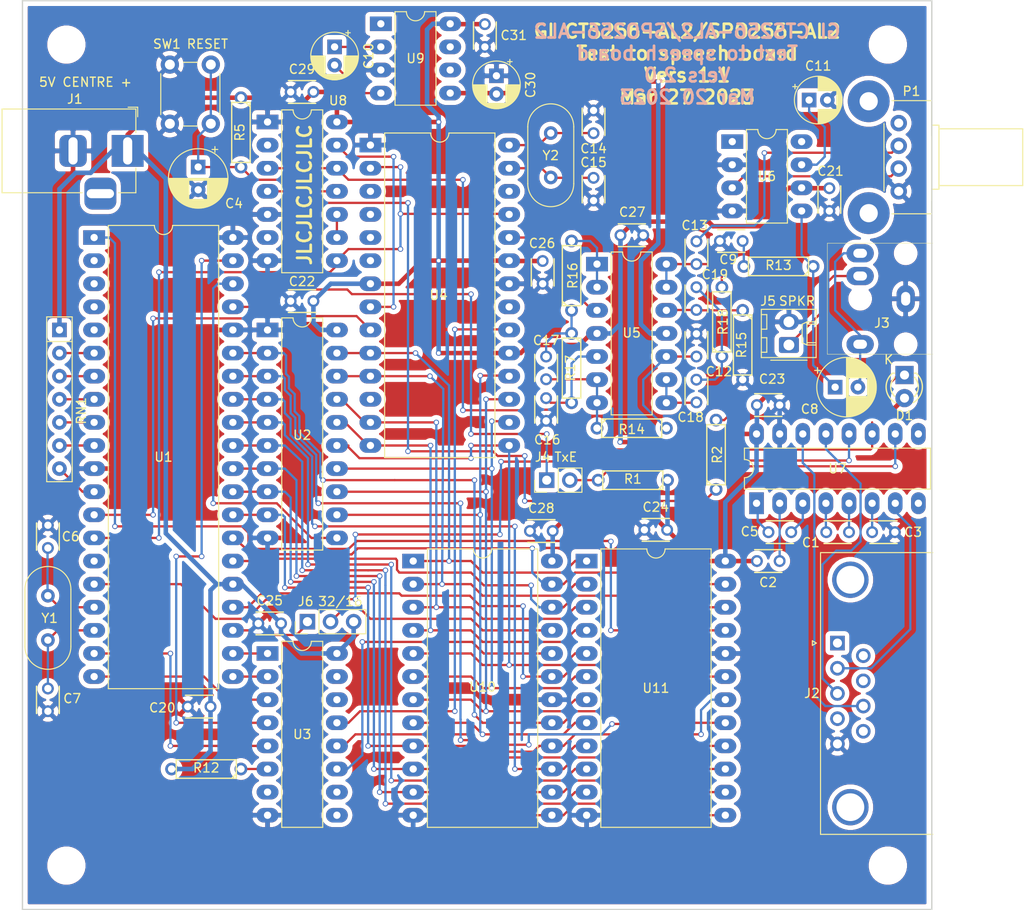
<source format=kicad_pcb>
(kicad_pcb (version 20171130) (host pcbnew 5.1.12)
  (layers (0 F.Cu signal) (31 B.Cu signal) (34 B.Paste user) (35 F.Paste user) (36 B.SilkS user) (37 F.SilkS user) (38 B.Mask user) (39 F.Mask user) (44 Edge.Cuts user))
  (net 0 "")
  (net 1 "Net-(C1-Pad1)")
  (net 2 GND)
  (net 3 "Net-(C5-Pad1)")
  (net 4 "Net-(C8-Pad1)")
  (net 5 "Net-(C10-Pad1)")
  (net 6 "Net-(C12-Pad1)")
  (net 7 "Net-(C13-Pad1)")
  (net 8 "Net-(C13-Pad2)")
  (net 9 +5V)
  (net 10 /A7)
  (net 11 /A6)
  (net 12 /A5)
  (net 13 /A4)
  (net 14 /A3)
  (net 15 /A2)
  (net 16 /A1)
  (net 17 /A0)
  (net 18 /D0)
  (net 19 /D1)
  (net 20 /D2)
  (net 21 /D3)
  (net 22 /D4)
  (net 23 /D5)
  (net 24 /D6)
  (net 25 /D7)
  (net 26 /RAM_CS)
  (net 27 /A10)
  (net 28 /RW)
  (net 29 /A9)
  (net 30 /A8)
  (net 31 "Net-(J1-Pad3)")
  (net 32 "Net-(R12-Pad1)")
  (net 33 /A15)
  (net 34 /A14)
  (net 35 /A13)
  (net 36 /A12)
  (net 37 /A11)
  (net 38 /BUSY)
  (net 39 /EPROM_CS)
  (net 40 "Net-(C1-Pad2)")
  (net 41 "Net-(C5-Pad2)")
  (net 42 "Net-(C8-Pad2)")
  (net 43 "Net-(C10-Pad2)")
  (net 44 "Net-(C16-Pad1)")
  (net 45 "Net-(C17-Pad2)")
  (net 46 "Net-(C17-Pad1)")
  (net 47 "Net-(C18-Pad2)")
  (net 48 "Net-(C18-Pad1)")
  (net 49 "Net-(C19-Pad2)")
  (net 50 "Net-(J2-Pad1)")
  (net 51 "Net-(J2-Pad2)")
  (net 52 "Net-(J2-Pad3)")
  (net 53 "Net-(J2-Pad4)")
  (net 54 "Net-(J2-Pad6)")
  (net 55 "Net-(J2-Pad7)")
  (net 56 "Net-(J2-Pad8)")
  (net 57 "Net-(J2-Pad9)")
  (net 58 "Net-(P1-Pad2)")
  (net 59 "Net-(R16-Pad2)")
  (net 60 "Net-(U1-Pad39)")
  (net 61 "Net-(U1-Pad38)")
  (net 62 "Net-(U1-Pad16)")
  (net 63 "Net-(U1-Pad14)")
  (net 64 "Net-(U1-Pad13)")
  (net 65 "Net-(U1-Pad3)")
  (net 66 "Net-(U3-Pad15)")
  (net 67 "Net-(U3-Pad7)")
  (net 68 "Net-(U3-Pad13)")
  (net 69 "Net-(U3-Pad10)")
  (net 70 "Net-(U3-Pad9)")
  (net 71 "Net-(U4-Pad24)")
  (net 72 "Net-(U4-Pad8)")
  (net 73 "Net-(U7-Pad8)")
  (net 74 "Net-(U7-Pad9)")
  (net 75 "Net-(U8-Pad2)")
  (net 76 "Net-(U3-Pad14)")
  (net 77 "Net-(RN1-Pad2)")
  (net 78 "Net-(RN1-Pad3)")
  (net 79 "Net-(RN1-Pad4)")
  (net 80 "Net-(RN1-Pad5)")
  (net 81 "Net-(RN1-Pad6)")
  (net 82 "Net-(RN1-Pad7)")
  (net 83 "Net-(U8-Pad10)")
  (net 84 "Net-(C6-Pad2)")
  (net 85 "Net-(C7-Pad2)")
  (net 86 "Net-(C2-Pad1)")
  (net 87 "Net-(C3-Pad1)")
  (net 88 "Net-(C4-Pad1)")
  (net 89 "Net-(C9-Pad1)")
  (net 90 "Net-(C11-Pad1)")
  (net 91 "Net-(C14-Pad2)")
  (net 92 "Net-(C15-Pad2)")
  (net 93 "Net-(U8-Pad6)")
  (net 94 "Net-(J4-Pad2)")
  (net 95 "Net-(J4-Pad1)")
  (net 96 "Net-(D1-Pad1)")
  (net 97 "Net-(R2-Pad1)")
  (net 98 "Net-(J6-Pad2)")
  (net 99 "Net-(J3-PadTN)")
  (net 100 V-)
  (net 101 "Net-(U6-Pad1)")
  (net 102 "Net-(U6-Pad8)")
  (net 103 "Net-(U9-Pad7)")
  (net 104 "Net-(U9-Pad6)")
  (net 105 "Net-(U9-Pad1)")
  (module modules:C_Disc_D3_P2.5 (layer F.Cu) (at 127 81.28 90)
    (fp_text reference C31 (at 1.27 3.175 180) (layer F.SilkS))
    (fp_text value 2.2uF hide)
    (pad 1 thru_hole circle (at 0 0 90) (size 1.3 1.3) (drill 0.8) (layers *.Cu *.Mask) (net 2 GND))
    (pad 2 thru_hole circle (at 2.5 0 90) (size 1.3 1.3) (drill 0.8) (layers *.Cu *.Mask) (net 9 +5V))
  )
  (module modules:DIP-8_W7.62mm_LongPads (layer F.Cu) (at 115.57 78.74)
    (fp_text reference U9 (at 3.81 3.81) (layer F.SilkS))
    (fp_text value ICL7660 hide)
    (pad 8 thru_hole oval (at 7.62 0) (size 2.4 1.6) (drill 0.8) (layers *.Cu *.Mask) (net 9 +5V))
    (pad 4 thru_hole oval (at 0 7.62) (size 2.4 1.6) (drill 0.8) (layers *.Cu *.Mask) (net 43 "Net-(C10-Pad2)"))
    (pad 7 thru_hole oval (at 7.62 2.54) (size 2.4 1.6) (drill 0.8) (layers *.Cu *.Mask) (net 103 "Net-(U9-Pad7)"))
    (pad 3 thru_hole oval (at 0 5.08) (size 2.4 1.6) (drill 0.8) (layers *.Cu *.Mask) (net 2 GND))
    (pad 6 thru_hole oval (at 7.62 5.08) (size 2.4 1.6) (drill 0.8) (layers *.Cu *.Mask) (net 104 "Net-(U9-Pad6)"))
    (pad 2 thru_hole oval (at 0 2.54) (size 2.4 1.6) (drill 0.8) (layers *.Cu *.Mask) (net 5 "Net-(C10-Pad1)"))
    (pad 5 thru_hole oval (at 7.62 7.62) (size 2.4 1.6) (drill 0.8) (layers *.Cu *.Mask) (net 100 V-))
    (pad 1 thru_hole rect (at 0 0) (size 2.4 1.6) (drill 0.8) (layers *.Cu *.Mask) (net 105 "Net-(U9-Pad1)"))
  )
  (module modules:CP_Radial_D5.0mm_P2.00mm (layer F.Cu) (at 128.27 84.455 270)
    (fp_text reference C30 (at 1 -3.75 90) (layer F.SilkS))
    (fp_text value 10uF)
    (pad 2 thru_hole circle (at 2 0 270) (size 1.6 1.6) (drill 0.8) (layers *.Cu *.Mask) (net 100 V-))
    (pad 1 thru_hole rect (at 0 0 270) (size 1.6 1.6) (drill 0.8) (layers *.Cu *.Mask) (net 2 GND))
  )
  (module modules:CP_Radial_D5.0mm_P2.00mm (layer F.Cu) (at 110.49 81.28 270)
    (fp_text reference C10 (at 1 -3.75 90) (layer F.SilkS))
    (fp_text value 10uF)
    (pad 2 thru_hole circle (at 2 0 270) (size 1.6 1.6) (drill 0.8) (layers *.Cu *.Mask) (net 43 "Net-(C10-Pad2)"))
    (pad 1 thru_hole rect (at 0 0 270) (size 1.6 1.6) (drill 0.8) (layers *.Cu *.Mask) (net 5 "Net-(C10-Pad1)"))
  )
  (module modules:C_Disc_D3_P2.5 (layer F.Cu) (at 150.241 115.316 90)
    (fp_text reference C12 (at -1.651 2.4765 180) (layer F.SilkS))
    (fp_text value 47nF hide)
    (pad 1 thru_hole circle (at 0 0 90) (size 1.3 1.3) (drill 0.8) (layers *.Cu *.Mask) (net 6 "Net-(C12-Pad1)"))
    (pad 2 thru_hole circle (at 2.5 0 90) (size 1.3 1.3) (drill 0.8) (layers *.Cu *.Mask) (net 2 GND))
  )
  (module modules:C_Disc_D3_P2.5 (layer F.Cu) (at 150.241 117.856 270)
    (fp_text reference C18 (at 4.1275 0.635 180) (layer F.SilkS))
    (fp_text value 47nF hide)
    (pad 1 thru_hole circle (at 0 0 270) (size 1.3 1.3) (drill 0.8) (layers *.Cu *.Mask) (net 48 "Net-(C18-Pad1)"))
    (pad 2 thru_hole circle (at 2.5 0 270) (size 1.3 1.3) (drill 0.8) (layers *.Cu *.Mask) (net 47 "Net-(C18-Pad2)"))
  )
  (module modules:C_Disc_D3_P2.5 (layer F.Cu) (at 150.241 107.696 270)
    (fp_text reference C19 (at -1.397 -2.032 180) (layer F.SilkS))
    (fp_text value 47nF hide)
    (pad 1 thru_hole circle (at 0 0 270) (size 1.3 1.3) (drill 0.8) (layers *.Cu *.Mask) (net 48 "Net-(C18-Pad1)"))
    (pad 2 thru_hole circle (at 2.5 0 270) (size 1.3 1.3) (drill 0.8) (layers *.Cu *.Mask) (net 49 "Net-(C19-Pad2)"))
  )
  (module modules:C_Disc_D3_P2.5 (layer F.Cu) (at 133.731 119.888 270)
    (fp_text reference C16 (at 4.572 -0.127 180) (layer F.SilkS))
    (fp_text value 22nF hide)
    (pad 1 thru_hole circle (at 0 0 270) (size 1.3 1.3) (drill 0.8) (layers *.Cu *.Mask) (net 44 "Net-(C16-Pad1)"))
    (pad 2 thru_hole circle (at 2.5 0 270) (size 1.3 1.3) (drill 0.8) (layers *.Cu *.Mask) (net 2 GND))
  )
  (module modules:C_Disc_D3_P2.5 (layer F.Cu) (at 133.731 115.316 270)
    (fp_text reference C17 (at -1.778 0 180) (layer F.SilkS))
    (fp_text value 47nF hide)
    (pad 1 thru_hole circle (at 0 0 270) (size 1.3 1.3) (drill 0.8) (layers *.Cu *.Mask) (net 46 "Net-(C17-Pad1)"))
    (pad 2 thru_hole circle (at 2.5 0 270) (size 1.3 1.3) (drill 0.8) (layers *.Cu *.Mask) (net 45 "Net-(C17-Pad2)"))
  )
  (module modules:C_Disc_D3_P2.5 (layer F.Cu) (at 150.241 105.156 90)
    (fp_text reference C13 (at 4.2545 -0.1905 180) (layer F.SilkS))
    (fp_text value 100nF hide)
    (pad 1 thru_hole circle (at 0 0 90) (size 1.3 1.3) (drill 0.8) (layers *.Cu *.Mask) (net 7 "Net-(C13-Pad1)"))
    (pad 2 thru_hole circle (at 2.5 0 90) (size 1.3 1.3) (drill 0.8) (layers *.Cu *.Mask) (net 8 "Net-(C13-Pad2)"))
  )
  (module modules:C_Disc_D3_P2.5 (layer F.Cu) (at 144.399 101.981 180)
    (fp_text reference C27 (at 1.2065 2.54) (layer F.SilkS))
    (fp_text value 100nF hide)
    (pad 1 thru_hole circle (at 0 0 180) (size 1.3 1.3) (drill 0.8) (layers *.Cu *.Mask) (net 2 GND))
    (pad 2 thru_hole circle (at 2.5 0 180) (size 1.3 1.3) (drill 0.8) (layers *.Cu *.Mask) (net 9 +5V))
  )
  (module modules:C_Disc_D3_P2.5 (layer F.Cu) (at 105.664 86.233)
    (fp_text reference C29 (at 1.25 -2.5) (layer F.SilkS))
    (fp_text value 100nF hide)
    (pad 1 thru_hole circle (at 0 0) (size 1.3 1.3) (drill 0.8) (layers *.Cu *.Mask) (net 2 GND))
    (pad 2 thru_hole circle (at 2.5 0) (size 1.3 1.3) (drill 0.8) (layers *.Cu *.Mask) (net 9 +5V))
  )
  (module modules:C_Disc_D3_P2.5 (layer F.Cu) (at 131.953 134.493)
    (fp_text reference C28 (at 1.25 -2.5) (layer F.SilkS))
    (fp_text value 100nF hide)
    (pad 1 thru_hole circle (at 0 0) (size 1.3 1.3) (drill 0.8) (layers *.Cu *.Mask) (net 2 GND))
    (pad 2 thru_hole circle (at 2.5 0) (size 1.3 1.3) (drill 0.8) (layers *.Cu *.Mask) (net 9 +5V))
  )
  (module modules:C_Disc_D3_P2.5 (layer F.Cu) (at 133.35 107.315 90)
    (fp_text reference C26 (at 4.445 -0.0635 180) (layer F.SilkS))
    (fp_text value 100nF hide)
    (pad 1 thru_hole circle (at 0 0 90) (size 1.3 1.3) (drill 0.8) (layers *.Cu *.Mask) (net 2 GND))
    (pad 2 thru_hole circle (at 2.5 0 90) (size 1.3 1.3) (drill 0.8) (layers *.Cu *.Mask) (net 9 +5V))
  )
  (module modules:C_Disc_D3_P2.5 (layer F.Cu) (at 102.108 144.653)
    (fp_text reference C25 (at 1.25 -2.5) (layer F.SilkS))
    (fp_text value 100nF hide)
    (pad 1 thru_hole circle (at 0 0) (size 1.3 1.3) (drill 0.8) (layers *.Cu *.Mask) (net 2 GND))
    (pad 2 thru_hole circle (at 2.5 0) (size 1.3 1.3) (drill 0.8) (layers *.Cu *.Mask) (net 9 +5V))
  )
  (module modules:C_Disc_D3_P2.5 (layer F.Cu) (at 144.526 134.366)
    (fp_text reference C24 (at 1.25 -2.5) (layer F.SilkS))
    (fp_text value 100nF hide)
    (pad 1 thru_hole circle (at 0 0) (size 1.3 1.3) (drill 0.8) (layers *.Cu *.Mask) (net 2 GND))
    (pad 2 thru_hole circle (at 2.5 0) (size 1.3 1.3) (drill 0.8) (layers *.Cu *.Mask) (net 9 +5V))
  )
  (module modules:C_Disc_D3_P2.5 (layer F.Cu) (at 159.385 120.65 180)
    (fp_text reference C23 (at 0.8255 2.8575) (layer F.SilkS))
    (fp_text value 100nF hide)
    (pad 1 thru_hole circle (at 0 0 180) (size 1.3 1.3) (drill 0.8) (layers *.Cu *.Mask) (net 2 GND))
    (pad 2 thru_hole circle (at 2.5 0 180) (size 1.3 1.3) (drill 0.8) (layers *.Cu *.Mask) (net 9 +5V))
  )
  (module modules:C_Disc_D3_P2.5 (layer F.Cu) (at 105.664 109.22)
    (fp_text reference C22 (at 1.25 -2.159) (layer F.SilkS))
    (fp_text value 100nF hide)
    (pad 1 thru_hole circle (at 0 0) (size 1.3 1.3) (drill 0.8) (layers *.Cu *.Mask) (net 2 GND))
    (pad 2 thru_hole circle (at 2.5 0) (size 1.3 1.3) (drill 0.8) (layers *.Cu *.Mask) (net 9 +5V))
  )
  (module modules:C_Disc_D3_P2.5 (layer F.Cu) (at 164.846 99.314 90)
    (fp_text reference C21 (at 4.3815 0.127 180) (layer F.SilkS))
    (fp_text value 100nF hide)
    (pad 1 thru_hole circle (at 0 0 90) (size 1.3 1.3) (drill 0.8) (layers *.Cu *.Mask) (net 2 GND))
    (pad 2 thru_hole circle (at 2.5 0 90) (size 1.3 1.3) (drill 0.8) (layers *.Cu *.Mask) (net 9 +5V))
  )
  (module modules:C_Disc_D3_P2.5 (layer F.Cu) (at 94.361 153.797)
    (fp_text reference C20 (at -2.794 0.127) (layer F.SilkS))
    (fp_text value 100nF hide)
    (pad 1 thru_hole circle (at 0 0) (size 1.3 1.3) (drill 0.8) (layers *.Cu *.Mask) (net 2 GND))
    (pad 2 thru_hole circle (at 2.5 0) (size 1.3 1.3) (drill 0.8) (layers *.Cu *.Mask) (net 9 +5V))
  )
  (module modules:C_Disc_D3_P2.5 (layer F.Cu) (at 167.005 134.62 180)
    (fp_text reference C1 (at 4.191 -1.143 180) (layer F.SilkS))
    (fp_text value 100nF hide)
    (pad 1 thru_hole circle (at 0 0 180) (size 1.3 1.3) (drill 0.8) (layers *.Cu *.Mask) (net 1 "Net-(C1-Pad1)"))
    (pad 2 thru_hole circle (at 2.5 0 180) (size 1.3 1.3) (drill 0.8) (layers *.Cu *.Mask) (net 40 "Net-(C1-Pad2)"))
  )
  (module modules:C_Disc_D3_P2.5 (layer F.Cu) (at 159.385 137.795 180)
    (fp_text reference C2 (at 1.27 -2.3495) (layer F.SilkS))
    (fp_text value 100nF hide)
    (pad 1 thru_hole circle (at 0 0 180) (size 1.3 1.3) (drill 0.8) (layers *.Cu *.Mask) (net 86 "Net-(C2-Pad1)"))
    (pad 2 thru_hole circle (at 2.5 0 180) (size 1.3 1.3) (drill 0.8) (layers *.Cu *.Mask) (net 9 +5V))
  )
  (module modules:C_Disc_D3_P2.5 (layer F.Cu) (at 169.545 134.62)
    (fp_text reference C3 (at 4.5085 0 180) (layer F.SilkS))
    (fp_text value 100nF hide)
    (pad 1 thru_hole circle (at 0 0) (size 1.3 1.3) (drill 0.8) (layers *.Cu *.Mask) (net 87 "Net-(C3-Pad1)"))
    (pad 2 thru_hole circle (at 2.5 0) (size 1.3 1.3) (drill 0.8) (layers *.Cu *.Mask) (net 2 GND))
  )
  (module modules:C_Disc_D3_P2.5 (layer F.Cu) (at 160.655 134.62 180)
    (fp_text reference C5 (at 4.572 0.0635 180) (layer F.SilkS))
    (fp_text value 100nF hide)
    (pad 1 thru_hole circle (at 0 0 180) (size 1.3 1.3) (drill 0.8) (layers *.Cu *.Mask) (net 3 "Net-(C5-Pad1)"))
    (pad 2 thru_hole circle (at 2.5 0 180) (size 1.3 1.3) (drill 0.8) (layers *.Cu *.Mask) (net 41 "Net-(C5-Pad2)"))
  )
  (module modules:C_Disc_D3_P2.5 (layer F.Cu) (at 78.994 133.858 270)
    (fp_text reference C6 (at 1.25 -2.5) (layer F.SilkS))
    (fp_text value 22pF hide)
    (pad 1 thru_hole circle (at 0 0 270) (size 1.3 1.3) (drill 0.8) (layers *.Cu *.Mask) (net 2 GND))
    (pad 2 thru_hole circle (at 2.5 0 270) (size 1.3 1.3) (drill 0.8) (layers *.Cu *.Mask) (net 84 "Net-(C6-Pad2)"))
  )
  (module modules:C_Disc_D3_P2.5 (layer F.Cu) (at 78.994 154.305 90)
    (fp_text reference C7 (at 1.397 2.667 180) (layer F.SilkS))
    (fp_text value 22pF hide)
    (pad 1 thru_hole circle (at 0 0 90) (size 1.3 1.3) (drill 0.8) (layers *.Cu *.Mask) (net 2 GND))
    (pad 2 thru_hole circle (at 2.5 0 90) (size 1.3 1.3) (drill 0.8) (layers *.Cu *.Mask) (net 85 "Net-(C7-Pad2)"))
  )
  (module modules:C_Disc_D3_P2.5 (layer F.Cu) (at 155.321 102.616 180)
    (fp_text reference C9 (at 1.5875 -2.032) (layer F.SilkS))
    (fp_text value 47nF hide)
    (pad 1 thru_hole circle (at 0 0 180) (size 1.3 1.3) (drill 0.8) (layers *.Cu *.Mask) (net 89 "Net-(C9-Pad1)"))
    (pad 2 thru_hole circle (at 2.5 0 180) (size 1.3 1.3) (drill 0.8) (layers *.Cu *.Mask) (net 2 GND))
  )
  (module modules:C_Disc_D3_P2.5 (layer F.Cu) (at 138.938 88.265 270)
    (fp_text reference C14 (at 4.191 0 180) (layer F.SilkS))
    (fp_text value 22pF hide)
    (pad 1 thru_hole circle (at 0 0 270) (size 1.3 1.3) (drill 0.8) (layers *.Cu *.Mask) (net 2 GND))
    (pad 2 thru_hole circle (at 2.5 0 270) (size 1.3 1.3) (drill 0.8) (layers *.Cu *.Mask) (net 91 "Net-(C14-Pad2)"))
  )
  (module modules:C_Disc_D3_P2.5 (layer F.Cu) (at 138.938 98.171 90)
    (fp_text reference C15 (at 4.191 0 180) (layer F.SilkS))
    (fp_text value 22pF hide)
    (pad 1 thru_hole circle (at 0 0 90) (size 1.3 1.3) (drill 0.8) (layers *.Cu *.Mask) (net 2 GND))
    (pad 2 thru_hole circle (at 2.5 0 90) (size 1.3 1.3) (drill 0.8) (layers *.Cu *.Mask) (net 92 "Net-(C15-Pad2)"))
  )
  (module modules:LED-3MM (layer F.Cu) (at 173.101 117.348 270)
    (fp_text reference D1 (at 4.445 0) (layer F.SilkS))
    (fp_text value BUSY)
    (fp_text user K (at -1.69 1.74) (layer F.SilkS))
    (pad 2 thru_hole circle (at 2.54 0) (size 2 2) (drill 1) (layers *.Cu *.Mask) (net 9 +5V))
    (pad 1 thru_hole rect (at 0 0 90) (size 2 2) (drill 1) (layers *.Cu *.Mask) (net 96 "Net-(D1-Pad1)"))
  )
  (module modules:Jack_3.5mm_CUI_SJ1-3544_Horizontal (layer F.Cu) (at 173.228 108.966 180)
    (fp_text reference J3 (at 2.6035 -2.667) (layer F.SilkS))
    (fp_text value "Audio Out" hide)
    (pad S thru_hole oval (at 0 0 180) (size 2 3) (drill oval 1 1.5) (layers *.Cu *.Mask) (net 2 GND))
    (pad "" np_thru_hole circle (at 0 5 180) (size 1.6 1.6) (drill 1.6) (layers *.Cu *.Mask))
    (pad "" np_thru_hole circle (at 0 -5 180) (size 1.6 1.6) (drill 1.6) (layers *.Cu *.Mask))
    (pad "" np_thru_hole circle (at 5 0 180) (size 1.6 1.6) (drill 1.6) (layers *.Cu *.Mask))
    (pad T thru_hole oval (at 5 5 180) (size 3 2) (drill oval 1.5 1) (layers *.Cu *.Mask) (net 42 "Net-(C8-Pad2)"))
    (pad TN thru_hole oval (at 5 2.5 180) (size 2.999999 2) (drill oval 1.5 1) (layers *.Cu *.Mask) (net 99 "Net-(J3-PadTN)"))
    (pad R thru_hole oval (at 5 -5 180) (size 3 2) (drill oval 1.5 1) (layers *.Cu *.Mask) (net 42 "Net-(C8-Pad2)"))
  )
  (module modules:MountingHole_3.2mm_Hammond_1593 (layer F.Cu) (at 171.2722 171.2722)
    (fp_text reference "" (at 0 -4.2) (layer F.SilkS))
    (fp_text value "")
    (pad 1 np_thru_hole circle (at 0 0) (size 3.2 3.2) (drill 3.2) (layers *.Cu *.Mask))
  )
  (module modules:MountingHole_3.2mm_Hammond_1593 (layer F.Cu) (at 171.2722 81.026)
    (fp_text reference "" (at 0 -4.2) (layer F.SilkS))
    (fp_text value "")
    (pad 1 np_thru_hole circle (at 0 0) (size 3.2 3.2) (drill 3.2) (layers *.Cu *.Mask))
  )
  (module modules:MountingHole_3.2mm_Hammond_1593 (layer F.Cu) (at 81.026 171.2722)
    (fp_text reference "" (at 0 -4.2) (layer F.SilkS))
    (fp_text value "")
    (pad 1 np_thru_hole circle (at 0 0) (size 3.2 3.2) (drill 3.2) (layers *.Cu *.Mask))
  )
  (module modules:MountingHole_3.2mm_Hammond_1593 (layer F.Cu) (at 81.026 81.026)
    (fp_text reference "" (at 0 -4.2) (layer F.SilkS))
    (fp_text value "")
    (pad 1 np_thru_hole circle (at 0 0) (size 3.2 3.2) (drill 3.2) (layers *.Cu *.Mask))
  )
  (module modules:CP_Radial_D5.0mm_P2.00mm (layer F.Cu) (at 162.6235 87.122)
    (fp_text reference C11 (at 1 -3.75) (layer F.SilkS))
    (fp_text value 10uF)
    (pad 2 thru_hole circle (at 2 0) (size 1.6 1.6) (drill 0.8) (layers *.Cu *.Mask) (net 2 GND))
    (pad 1 thru_hole rect (at 0 0) (size 1.6 1.6) (drill 0.8) (layers *.Cu *.Mask) (net 90 "Net-(C11-Pad1)"))
  )
  (module modules:CP_Radial_D6.3mm_P2.50mm (layer F.Cu) (at 165.481 118.6815)
    (fp_text reference C8 (at -2.794 2.413) (layer F.SilkS))
    (fp_text value 220uF)
    (pad 2 thru_hole circle (at 2.5 0) (size 1.6 1.6) (drill 0.8) (layers *.Cu *.Mask) (net 42 "Net-(C8-Pad2)"))
    (pad 1 thru_hole rect (at 0 0) (size 1.6 1.6) (drill 0.8) (layers *.Cu *.Mask) (net 4 "Net-(C8-Pad1)"))
  )
  (module modules:Crystal_HC49-U_Vertical (layer F.Cu) (at 134.239 95.631 90)
    (fp_text reference Y2 (at 2.413 0 180) (layer F.SilkS))
    (fp_text value 3.12MHz hide)
    (pad 1 thru_hole circle (at 0 0 90) (size 1.5 1.5) (drill 0.8) (layers *.Cu *.Mask) (net 92 "Net-(C15-Pad2)"))
    (pad 2 thru_hole circle (at 4.88 0 90) (size 1.5 1.5) (drill 0.8) (layers *.Cu *.Mask) (net 91 "Net-(C14-Pad2)"))
  )
  (module modules:PinHeader_1x03_P2.54mm_Vertical (layer F.Cu) (at 107.5055 144.4625 90)
    (fp_text reference J6 (at 2.2225 -0.1905 180) (layer F.SilkS))
    (fp_text value 32/16)
    (pad 3 thru_hole oval (at 0 5.08 90) (size 1.7 1.7) (drill 1) (layers *.Cu *.Mask) (net 9 +5V))
    (pad 2 thru_hole oval (at 0 2.54 90) (size 1.7 1.7) (drill 1) (layers *.Cu *.Mask) (net 98 "Net-(J6-Pad2)"))
    (pad 1 thru_hole rect (at 0 0 90) (size 1.7 1.7) (drill 1) (layers *.Cu *.Mask) (net 37 /A11))
  )
  (module modules:Molex_KK-254_AE-6410-02A_1x02_P2.54mm_Vertical (layer F.Cu) (at 160.401 114.046 90)
    (fp_text reference J5 (at 4.826 -2.286 180) (layer F.SilkS))
    (fp_text value SPKR)
    (pad 2 thru_hole oval (at 2.54 0 90) (size 1.74 2.19) (drill 1.19) (layers *.Cu *.Mask) (net 2 GND))
    (pad 1 thru_hole roundrect (at 0 0 90) (size 1.74 2.19) (drill 1.19) (layers *.Cu *.Mask) (roundrect_rratio 0.1436775862068966) (net 99 "Net-(J3-PadTN)"))
  )
  (module modules:SW_PUSH_6mm (layer F.Cu) (at 92.3925 89.7255 90)
    (fp_text reference SW1 (at 8.763 -0.3175 180) (layer F.SilkS))
    (fp_text value RESET)
    (pad 1 thru_hole circle (at 6.5 0 180) (size 2 2) (drill 1.1) (layers *.Cu *.Mask) (net 2 GND))
    (pad 2 thru_hole circle (at 6.5 4.5 180) (size 2 2) (drill 1.1) (layers *.Cu *.Mask) (net 88 "Net-(C4-Pad1)"))
    (pad 1 thru_hole circle (at 0 0 180) (size 2 2) (drill 1.1) (layers *.Cu *.Mask) (net 2 GND))
    (pad 2 thru_hole circle (at 0 4.5 180) (size 2 2) (drill 1.1) (layers *.Cu *.Mask) (net 88 "Net-(C4-Pad1)"))
  )
  (module modules:R3 (layer F.Cu) (at 152.4 126.111 90)
    (fp_text reference R2 (at 0 0.127 90) (layer F.SilkS))
    (fp_text value 4.7K)
    (pad 1 thru_hole circle (at -3.81 0 90) (size 1.397 1.397) (drill 0.8128) (layers *.Cu *.Mask) (net 97 "Net-(R2-Pad1)"))
    (pad 2 thru_hole circle (at 3.81 0 90) (size 1.397 1.397) (drill 0.8128) (layers *.Cu *.Mask) (net 96 "Net-(D1-Pad1)"))
  )
  (module modules:R3 (layer F.Cu) (at 143.256 128.905 180)
    (fp_text reference R1 (at 0 0.127) (layer F.SilkS))
    (fp_text value 10K)
    (pad 1 thru_hole circle (at -3.81 0 180) (size 1.397 1.397) (drill 0.8128) (layers *.Cu *.Mask) (net 9 +5V))
    (pad 2 thru_hole circle (at 3.81 0 180) (size 1.397 1.397) (drill 0.8128) (layers *.Cu *.Mask) (net 94 "Net-(J4-Pad2)"))
  )
  (module modules:PinHeader_1x02_P2.54mm_Vertical (layer F.Cu) (at 133.7945 128.905 90)
    (fp_text reference J4 (at 2.54 -0.4445 180) (layer F.SilkS))
    (fp_text value TxE hide)
    (pad 2 thru_hole oval (at 0 2.54 90) (size 1.7 1.7) (drill 1) (layers *.Cu *.Mask) (net 94 "Net-(J4-Pad2)"))
    (pad 1 thru_hole rect (at 0 0 90) (size 1.7 1.7) (drill 1) (layers *.Cu *.Mask) (net 95 "Net-(J4-Pad1)"))
  )
  (module modules:DIP-16_W7.62mm_LongPads (layer F.Cu) (at 156.845 131.445 90)
    (fp_text reference U7 (at 3.8 8.89 180) (layer F.SilkS))
    (fp_text value MAX232 hide)
    (pad 1 thru_hole rect (at 0 0 90) (size 2.4 1.6) (drill 0.8) (layers *.Cu *.Mask) (net 41 "Net-(C5-Pad2)"))
    (pad 9 thru_hole oval (at 7.62 17.78 90) (size 2.4 1.6) (drill 0.8) (layers *.Cu *.Mask) (net 74 "Net-(U7-Pad9)"))
    (pad 2 thru_hole oval (at 0 2.54 90) (size 2.4 1.6) (drill 0.8) (layers *.Cu *.Mask) (net 86 "Net-(C2-Pad1)"))
    (pad 10 thru_hole oval (at 7.62 15.24 90) (size 2.4 1.6) (drill 0.8) (layers *.Cu *.Mask) (net 94 "Net-(J4-Pad2)"))
    (pad 3 thru_hole oval (at 0 5.08 90) (size 2.4 1.6) (drill 0.8) (layers *.Cu *.Mask) (net 3 "Net-(C5-Pad1)"))
    (pad 11 thru_hole oval (at 7.62 12.7 90) (size 2.4 1.6) (drill 0.8) (layers *.Cu *.Mask) (net 38 /BUSY))
    (pad 4 thru_hole oval (at 0 7.62 90) (size 2.4 1.6) (drill 0.8) (layers *.Cu *.Mask) (net 40 "Net-(C1-Pad2)"))
    (pad 12 thru_hole oval (at 7.62 10.16 90) (size 2.4 1.6) (drill 0.8) (layers *.Cu *.Mask) (net 62 "Net-(U1-Pad16)"))
    (pad 5 thru_hole oval (at 0 10.16 90) (size 2.4 1.6) (drill 0.8) (layers *.Cu *.Mask) (net 1 "Net-(C1-Pad1)"))
    (pad 13 thru_hole oval (at 7.62 7.62 90) (size 2.4 1.6) (drill 0.8) (layers *.Cu *.Mask) (net 52 "Net-(J2-Pad3)"))
    (pad 6 thru_hole oval (at 0 12.7 90) (size 2.4 1.6) (drill 0.8) (layers *.Cu *.Mask) (net 87 "Net-(C3-Pad1)"))
    (pad 14 thru_hole oval (at 7.62 5.08 90) (size 2.4 1.6) (drill 0.8) (layers *.Cu *.Mask) (net 56 "Net-(J2-Pad8)"))
    (pad 7 thru_hole oval (at 0 15.24 90) (size 2.4 1.6) (drill 0.8) (layers *.Cu *.Mask) (net 51 "Net-(J2-Pad2)"))
    (pad 15 thru_hole oval (at 7.62 2.54 90) (size 2.4 1.6) (drill 0.8) (layers *.Cu *.Mask) (net 2 GND))
    (pad 8 thru_hole oval (at 0 17.78 90) (size 2.4 1.6) (drill 0.8) (layers *.Cu *.Mask) (net 73 "Net-(U7-Pad8)"))
    (pad 16 thru_hole oval (at 7.62 0 90) (size 2.4 1.6) (drill 0.8) (layers *.Cu *.Mask) (net 9 +5V))
  )
  (module modules:DSUB-9_Female_Horizontal_Assmann_A-DF_09_A-KG-T2S (layer F.Cu) (at 165.735 146.812 90)
    (fp_text reference J2 (at -5.5245 -2.8 180) (layer F.SilkS))
    (fp_text value DE9)
    (pad 1 thru_hole rect (at 0 0 90) (size 1.6 1.6) (drill 1) (layers *.Cu *.Mask) (net 50 "Net-(J2-Pad1)"))
    (pad 2 thru_hole circle (at -2.77 0 90) (size 1.6 1.6) (drill 1) (layers *.Cu *.Mask) (net 51 "Net-(J2-Pad2)"))
    (pad 3 thru_hole circle (at -5.54 0 90) (size 1.6 1.6) (drill 1) (layers *.Cu *.Mask) (net 52 "Net-(J2-Pad3)"))
    (pad 4 thru_hole circle (at -8.31 0 90) (size 1.6 1.6) (drill 1) (layers *.Cu *.Mask) (net 53 "Net-(J2-Pad4)"))
    (pad 5 thru_hole circle (at -11.08 0 90) (size 1.6 1.6) (drill 1) (layers *.Cu *.Mask) (net 2 GND))
    (pad 6 thru_hole circle (at -1.385 2.84 90) (size 1.6 1.6) (drill 1) (layers *.Cu *.Mask) (net 54 "Net-(J2-Pad6)"))
    (pad 7 thru_hole circle (at -4.155 2.84 90) (size 1.6 1.6) (drill 1) (layers *.Cu *.Mask) (net 55 "Net-(J2-Pad7)"))
    (pad 8 thru_hole circle (at -6.925 2.84 90) (size 1.6 1.6) (drill 1) (layers *.Cu *.Mask) (net 56 "Net-(J2-Pad8)"))
    (pad 9 thru_hole circle (at -9.695 2.84 90) (size 1.6 1.6) (drill 1) (layers *.Cu *.Mask) (net 57 "Net-(J2-Pad9)"))
    (pad 0 thru_hole circle (at -18.04 1.42 90) (size 4 4) (drill 3.05) (layers *.Cu *.Mask))
    (pad 0 thru_hole circle (at 6.96 1.42 90) (size 4 4) (drill 3.05) (layers *.Cu *.Mask))
  )
  (module modules:R3 (layer F.Cu) (at 143.129 123.19)
    (fp_text reference R14 (at 0 0.127) (layer F.SilkS))
    (fp_text value 10K)
    (pad 2 thru_hole circle (at 3.81 0) (size 1.397 1.397) (drill 0.8128) (layers *.Cu *.Mask) (net 6 "Net-(C12-Pad1)"))
    (pad 1 thru_hole circle (at -3.81 0) (size 1.397 1.397) (drill 0.8128) (layers *.Cu *.Mask) (net 45 "Net-(C17-Pad2)"))
  )
  (module modules:R3 (layer F.Cu) (at 155.321 114.046 270)
    (fp_text reference R15 (at 0 0.127 90) (layer F.SilkS))
    (fp_text value 10K)
    (pad 1 thru_hole circle (at -3.81 0 270) (size 1.397 1.397) (drill 0.8128) (layers *.Cu *.Mask) (net 49 "Net-(C19-Pad2)"))
    (pad 2 thru_hole circle (at 3.81 0 270) (size 1.397 1.397) (drill 0.8128) (layers *.Cu *.Mask) (net 2 GND))
  )
  (module modules:R3 (layer F.Cu) (at 136.525 106.426 90)
    (fp_text reference R16 (at 0 0.127 90) (layer F.SilkS))
    (fp_text value 1K)
    (pad 1 thru_hole circle (at -3.81 0 90) (size 1.397 1.397) (drill 0.8128) (layers *.Cu *.Mask) (net 46 "Net-(C17-Pad1)"))
    (pad 2 thru_hole circle (at 3.81 0 90) (size 1.397 1.397) (drill 0.8128) (layers *.Cu *.Mask) (net 59 "Net-(R16-Pad2)"))
  )
  (module modules:R3 (layer F.Cu) (at 136.525 116.586 270)
    (fp_text reference R17 (at 0 0.127 90) (layer F.SilkS))
    (fp_text value 1K)
    (pad 2 thru_hole circle (at 3.81 0 270) (size 1.397 1.397) (drill 0.8128) (layers *.Cu *.Mask) (net 44 "Net-(C16-Pad1)"))
    (pad 1 thru_hole circle (at -3.81 0 270) (size 1.397 1.397) (drill 0.8128) (layers *.Cu *.Mask) (net 46 "Net-(C17-Pad1)"))
  )
  (module modules:R3 (layer F.Cu) (at 153.035 111.506 90)
    (fp_text reference R18 (at 0 0.127 90) (layer F.SilkS))
    (fp_text value 20K)
    (pad 1 thru_hole circle (at -3.81 0 90) (size 1.397 1.397) (drill 0.8128) (layers *.Cu *.Mask) (net 48 "Net-(C18-Pad1)"))
    (pad 2 thru_hole circle (at 3.81 0 90) (size 1.397 1.397) (drill 0.8128) (layers *.Cu *.Mask) (net 7 "Net-(C13-Pad1)"))
  )
  (module modules:DIP-14_W7.62mm_LongPads (layer F.Cu) (at 139.319 105.156)
    (fp_text reference U5 (at 3.81 7.5565) (layer F.SilkS))
    (fp_text value LM324 hide)
    (pad 14 thru_hole oval (at 7.62 0) (size 2.4 1.6) (drill 0.8) (layers *.Cu *.Mask) (net 7 "Net-(C13-Pad1)"))
    (pad 7 thru_hole oval (at 0 15.24) (size 2.4 1.6) (drill 0.8) (layers *.Cu *.Mask) (net 45 "Net-(C17-Pad2)"))
    (pad 13 thru_hole oval (at 7.62 2.54) (size 2.4 1.6) (drill 0.8) (layers *.Cu *.Mask) (net 7 "Net-(C13-Pad1)"))
    (pad 6 thru_hole oval (at 0 12.7) (size 2.4 1.6) (drill 0.8) (layers *.Cu *.Mask) (net 45 "Net-(C17-Pad2)"))
    (pad 12 thru_hole oval (at 7.62 5.08) (size 2.4 1.6) (drill 0.8) (layers *.Cu *.Mask) (net 49 "Net-(C19-Pad2)"))
    (pad 5 thru_hole oval (at 0 10.16) (size 2.4 1.6) (drill 0.8) (layers *.Cu *.Mask) (net 44 "Net-(C16-Pad1)"))
    (pad 11 thru_hole oval (at 7.62 7.62) (size 2.4 1.6) (drill 0.8) (layers *.Cu *.Mask) (net 100 V-))
    (pad 4 thru_hole oval (at 0 7.62) (size 2.4 1.6) (drill 0.8) (layers *.Cu *.Mask) (net 9 +5V))
    (pad 10 thru_hole oval (at 7.62 10.16) (size 2.4 1.6) (drill 0.8) (layers *.Cu *.Mask) (net 6 "Net-(C12-Pad1)"))
    (pad 3 thru_hole oval (at 0 5.08) (size 2.4 1.6) (drill 0.8) (layers *.Cu *.Mask) (net 71 "Net-(U4-Pad24)"))
    (pad 9 thru_hole oval (at 7.62 12.7) (size 2.4 1.6) (drill 0.8) (layers *.Cu *.Mask) (net 47 "Net-(C18-Pad2)"))
    (pad 2 thru_hole oval (at 0 2.54) (size 2.4 1.6) (drill 0.8) (layers *.Cu *.Mask) (net 59 "Net-(R16-Pad2)"))
    (pad 8 thru_hole oval (at 7.62 15.24) (size 2.4 1.6) (drill 0.8) (layers *.Cu *.Mask) (net 47 "Net-(C18-Pad2)"))
    (pad 1 thru_hole rect (at 0 0) (size 2.4 1.6) (drill 0.8) (layers *.Cu *.Mask) (net 59 "Net-(R16-Pad2)"))
  )
  (module modules:DIP-28_W15.24mm_LongPads (layer F.Cu) (at 114.427 92.075)
    (fp_text reference U4 (at 7.493 16.51) (layer F.SilkS))
    (fp_text value SP0256A-AL2 hide)
    (pad 1 thru_hole rect (at 0 0) (size 2.4 1.6) (drill 0.8) (layers *.Cu *.Mask) (net 2 GND))
    (pad 15 thru_hole oval (at 15.24 33.02) (size 2.4 1.6) (drill 0.8) (layers *.Cu *.Mask) (net 14 /A3))
    (pad 2 thru_hole oval (at 0 2.54) (size 2.4 1.6) (drill 0.8) (layers *.Cu *.Mask) (net 63 "Net-(U1-Pad14)"))
    (pad 16 thru_hole oval (at 15.24 30.48) (size 2.4 1.6) (drill 0.8) (layers *.Cu *.Mask) (net 15 /A2))
    (pad 3 thru_hole oval (at 0 5.08) (size 2.4 1.6) (drill 0.8) (layers *.Cu *.Mask))
    (pad 17 thru_hole oval (at 15.24 27.94) (size 2.4 1.6) (drill 0.8) (layers *.Cu *.Mask) (net 16 /A1))
    (pad 4 thru_hole oval (at 0 7.62) (size 2.4 1.6) (drill 0.8) (layers *.Cu *.Mask))
    (pad 18 thru_hole oval (at 15.24 25.4) (size 2.4 1.6) (drill 0.8) (layers *.Cu *.Mask) (net 17 /A0))
    (pad 5 thru_hole oval (at 0 10.16) (size 2.4 1.6) (drill 0.8) (layers *.Cu *.Mask))
    (pad 19 thru_hole oval (at 15.24 22.86) (size 2.4 1.6) (drill 0.8) (layers *.Cu *.Mask) (net 9 +5V))
    (pad 6 thru_hole oval (at 0 12.7) (size 2.4 1.6) (drill 0.8) (layers *.Cu *.Mask))
    (pad 20 thru_hole oval (at 15.24 20.32) (size 2.4 1.6) (drill 0.8) (layers *.Cu *.Mask) (net 68 "Net-(U3-Pad13)"))
    (pad 7 thru_hole oval (at 0 15.24) (size 2.4 1.6) (drill 0.8) (layers *.Cu *.Mask) (net 9 +5V))
    (pad 21 thru_hole oval (at 15.24 17.78) (size 2.4 1.6) (drill 0.8) (layers *.Cu *.Mask))
    (pad 8 thru_hole oval (at 0 17.78) (size 2.4 1.6) (drill 0.8) (layers *.Cu *.Mask) (net 72 "Net-(U4-Pad8)"))
    (pad 22 thru_hole oval (at 15.24 15.24) (size 2.4 1.6) (drill 0.8) (layers *.Cu *.Mask) (net 2 GND))
    (pad 9 thru_hole oval (at 0 20.32) (size 2.4 1.6) (drill 0.8) (layers *.Cu *.Mask) (net 64 "Net-(U1-Pad13)"))
    (pad 23 thru_hole oval (at 15.24 12.7) (size 2.4 1.6) (drill 0.8) (layers *.Cu *.Mask) (net 9 +5V))
    (pad 10 thru_hole oval (at 0 22.86) (size 2.4 1.6) (drill 0.8) (layers *.Cu *.Mask) (net 10 /A7))
    (pad 24 thru_hole oval (at 15.24 10.16) (size 2.4 1.6) (drill 0.8) (layers *.Cu *.Mask) (net 71 "Net-(U4-Pad24)"))
    (pad 11 thru_hole oval (at 0 25.4) (size 2.4 1.6) (drill 0.8) (layers *.Cu *.Mask) (net 11 /A6))
    (pad 25 thru_hole oval (at 15.24 7.62) (size 2.4 1.6) (drill 0.8) (layers *.Cu *.Mask) (net 63 "Net-(U1-Pad14)"))
    (pad 12 thru_hole oval (at 0 27.94) (size 2.4 1.6) (drill 0.8) (layers *.Cu *.Mask))
    (pad 26 thru_hole oval (at 15.24 5.08) (size 2.4 1.6) (drill 0.8) (layers *.Cu *.Mask))
    (pad 13 thru_hole oval (at 0 30.48) (size 2.4 1.6) (drill 0.8) (layers *.Cu *.Mask) (net 12 /A5))
    (pad 27 thru_hole oval (at 15.24 2.54) (size 2.4 1.6) (drill 0.8) (layers *.Cu *.Mask) (net 92 "Net-(C15-Pad2)"))
    (pad 14 thru_hole oval (at 0 33.02) (size 2.4 1.6) (drill 0.8) (layers *.Cu *.Mask) (net 13 /A4))
    (pad 28 thru_hole oval (at 15.24 0) (size 2.4 1.6) (drill 0.8) (layers *.Cu *.Mask) (net 91 "Net-(C14-Pad2)"))
  )
  (module modules:CP_Radial_D6.3mm_P2.50mm (layer F.Cu) (at 95.504 94.488 270)
    (fp_text reference C4 (at 4.0005 -3.937 180) (layer F.SilkS))
    (fp_text value 220uF)
    (pad 2 thru_hole circle (at 2.5 0 270) (size 1.6 1.6) (drill 0.8) (layers *.Cu *.Mask) (net 2 GND))
    (pad 1 thru_hole rect (at 0 0 270) (size 1.6 1.6) (drill 0.8) (layers *.Cu *.Mask) (net 88 "Net-(C4-Pad1)"))
  )
  (module modules:DIP-14_W7.62mm_LongPads (layer F.Cu) (at 103.124 89.535)
    (fp_text reference U8 (at 7.747 -2.3495) (layer F.SilkS))
    (fp_text value 74LS14 hide)
    (pad 14 thru_hole oval (at 7.62 0) (size 2.4 1.6) (drill 0.8) (layers *.Cu *.Mask) (net 9 +5V))
    (pad 7 thru_hole oval (at 0 15.24) (size 2.4 1.6) (drill 0.8) (layers *.Cu *.Mask) (net 2 GND))
    (pad 13 thru_hole oval (at 7.62 2.54) (size 2.4 1.6) (drill 0.8) (layers *.Cu *.Mask) (net 72 "Net-(U4-Pad8)"))
    (pad 6 thru_hole oval (at 0 12.7) (size 2.4 1.6) (drill 0.8) (layers *.Cu *.Mask) (net 93 "Net-(U8-Pad6)"))
    (pad 12 thru_hole oval (at 7.62 5.08) (size 2.4 1.6) (drill 0.8) (layers *.Cu *.Mask) (net 38 /BUSY))
    (pad 5 thru_hole oval (at 0 10.16) (size 2.4 1.6) (drill 0.8) (layers *.Cu *.Mask) (net 2 GND))
    (pad 11 thru_hole oval (at 7.62 7.62) (size 2.4 1.6) (drill 0.8) (layers *.Cu *.Mask) (net 88 "Net-(C4-Pad1)"))
    (pad 4 thru_hole oval (at 0 7.62) (size 2.4 1.6) (drill 0.8) (layers *.Cu *.Mask) (net 97 "Net-(R2-Pad1)"))
    (pad 10 thru_hole oval (at 7.62 10.16) (size 2.4 1.6) (drill 0.8) (layers *.Cu *.Mask) (net 83 "Net-(U8-Pad10)"))
    (pad 3 thru_hole oval (at 0 5.08) (size 2.4 1.6) (drill 0.8) (layers *.Cu *.Mask) (net 38 /BUSY))
    (pad 9 thru_hole oval (at 7.62 12.7) (size 2.4 1.6) (drill 0.8) (layers *.Cu *.Mask) (net 83 "Net-(U8-Pad10)"))
    (pad 2 thru_hole oval (at 0 2.54) (size 2.4 1.6) (drill 0.8) (layers *.Cu *.Mask) (net 75 "Net-(U8-Pad2)"))
    (pad 8 thru_hole oval (at 7.62 15.24) (size 2.4 1.6) (drill 0.8) (layers *.Cu *.Mask) (net 63 "Net-(U1-Pad14)"))
    (pad 1 thru_hole rect (at 0 0) (size 2.4 1.6) (drill 0.8) (layers *.Cu *.Mask) (net 2 GND))
  )
  (module modules:BarrelJack_Horizontal (layer F.Cu) (at 87.757 92.71)
    (fp_text reference J1 (at -5.8 -5.7 180) (layer F.SilkS))
    (fp_text value DC_JACK hide)
    (pad 1 thru_hole rect (at 0 0) (size 3.5 3.5) (drill oval 1 3) (layers *.Cu *.Mask) (net 9 +5V))
    (pad 2 thru_hole roundrect (at -6 0) (size 3 3.5) (drill oval 1 3) (layers *.Cu *.Mask) (net 2 GND))
    (pad 3 thru_hole roundrect (at -3 4.7) (size 3.5 3.5) (drill oval 3 1) (layers *.Cu *.Mask) (net 31 "Net-(J1-Pad3)"))
  )
  (module modules:Potentiometer_Bourns_PTV111-1_Single_Horizontal (layer F.Cu) (at 172.466 97.155)
    (fp_text reference P1 (at 1.4 -11) (layer F.SilkS))
    (fp_text value 10K hide)
    (pad "" thru_hole circle (at -3.3 2.4) (size 4.6 4.6) (drill 2) (layers *.Cu *.Mask))
    (pad "" thru_hole circle (at -3.3 -9.9) (size 4.6 4.6) (drill 2) (layers *.Cu *.Mask))
    (pad 1 thru_hole circle (at 0 0) (size 1.8 1.8) (drill 1) (layers *.Cu *.Mask) (net 2 GND))
    (pad 2 thru_hole circle (at 0 -2.5) (size 1.8 1.8) (drill 1) (layers *.Cu *.Mask) (net 58 "Net-(P1-Pad2)"))
    (pad 3 thru_hole circle (at 0 -5) (size 1.8 1.8) (drill 1) (layers *.Cu *.Mask) (net 8 "Net-(C13-Pad2)"))
    (pad "" thru_hole circle (at 0 -7.5) (size 1.8 1.8) (drill 1) (layers *.Cu *.Mask))
  )
  (module modules:R3 (layer F.Cu) (at 100.203 90.678 270)
    (fp_text reference R5 (at 0 0.127 90) (layer F.SilkS))
    (fp_text value 4.7K)
    (pad 1 thru_hole circle (at -3.81 0 270) (size 1.397 1.397) (drill 0.8128) (layers *.Cu *.Mask) (net 9 +5V))
    (pad 2 thru_hole circle (at 3.81 0 270) (size 1.397 1.397) (drill 0.8128) (layers *.Cu *.Mask) (net 88 "Net-(C4-Pad1)"))
  )
  (module modules:R3 (layer F.Cu) (at 96.393 160.655 180)
    (fp_text reference R12 (at 0 0.127) (layer F.SilkS))
    (fp_text value 4.7K)
    (pad 2 thru_hole circle (at 3.81 0 180) (size 1.397 1.397) (drill 0.8128) (layers *.Cu *.Mask) (net 9 +5V))
    (pad 1 thru_hole circle (at -3.81 0 180) (size 1.397 1.397) (drill 0.8128) (layers *.Cu *.Mask) (net 32 "Net-(R12-Pad1)"))
  )
  (module modules:R3 (layer F.Cu) (at 159.258 105.41 180)
    (fp_text reference R13 (at 0 0.127) (layer F.SilkS))
    (fp_text value 10R)
    (pad 1 thru_hole circle (at -3.81 0 180) (size 1.397 1.397) (drill 0.8128) (layers *.Cu *.Mask) (net 4 "Net-(C8-Pad1)"))
    (pad 2 thru_hole circle (at 3.81 0 180) (size 1.397 1.397) (drill 0.8128) (layers *.Cu *.Mask) (net 89 "Net-(C9-Pad1)"))
  )
  (module modules:DIP-40_W15.24mm_LongPads (layer F.Cu) (at 84.074 102.235)
    (fp_text reference U1 (at 7.62 24.13) (layer F.SilkS))
    (fp_text value CTS256A-AL2 hide)
    (pad 1 thru_hole rect (at 0 0) (size 2.4 1.6) (drill 0.8) (layers *.Cu *.Mask) (net 28 /RW))
    (pad 21 thru_hole oval (at 15.24 48.26) (size 2.4 1.6) (drill 0.8) (layers *.Cu *.Mask) (net 35 /A13))
    (pad 2 thru_hole oval (at 0 2.54) (size 2.4 1.6) (drill 0.8) (layers *.Cu *.Mask))
    (pad 22 thru_hole oval (at 15.24 45.72) (size 2.4 1.6) (drill 0.8) (layers *.Cu *.Mask) (net 36 /A12))
    (pad 3 thru_hole oval (at 0 5.08) (size 2.4 1.6) (drill 0.8) (layers *.Cu *.Mask) (net 65 "Net-(U1-Pad3)"))
    (pad 23 thru_hole oval (at 15.24 43.18) (size 2.4 1.6) (drill 0.8) (layers *.Cu *.Mask) (net 37 /A11))
    (pad 4 thru_hole oval (at 0 7.62) (size 2.4 1.6) (drill 0.8) (layers *.Cu *.Mask))
    (pad 24 thru_hole oval (at 15.24 40.64) (size 2.4 1.6) (drill 0.8) (layers *.Cu *.Mask) (net 27 /A10))
    (pad 5 thru_hole oval (at 0 10.16) (size 2.4 1.6) (drill 0.8) (layers *.Cu *.Mask))
    (pad 25 thru_hole oval (at 15.24 38.1) (size 2.4 1.6) (drill 0.8) (layers *.Cu *.Mask) (net 9 +5V))
    (pad 6 thru_hole oval (at 0 12.7) (size 2.4 1.6) (drill 0.8) (layers *.Cu *.Mask) (net 77 "Net-(RN1-Pad2)"))
    (pad 26 thru_hole oval (at 15.24 35.56) (size 2.4 1.6) (drill 0.8) (layers *.Cu *.Mask) (net 29 /A9))
    (pad 7 thru_hole oval (at 0 15.24) (size 2.4 1.6) (drill 0.8) (layers *.Cu *.Mask) (net 78 "Net-(RN1-Pad3)"))
    (pad 27 thru_hole oval (at 15.24 33.02) (size 2.4 1.6) (drill 0.8) (layers *.Cu *.Mask) (net 30 /A8))
    (pad 8 thru_hole oval (at 0 17.78) (size 2.4 1.6) (drill 0.8) (layers *.Cu *.Mask) (net 79 "Net-(RN1-Pad4)"))
    (pad 28 thru_hole oval (at 15.24 30.48) (size 2.4 1.6) (drill 0.8) (layers *.Cu *.Mask) (net 18 /D0))
    (pad 9 thru_hole oval (at 0 20.32) (size 2.4 1.6) (drill 0.8) (layers *.Cu *.Mask) (net 80 "Net-(RN1-Pad5)"))
    (pad 29 thru_hole oval (at 15.24 27.94) (size 2.4 1.6) (drill 0.8) (layers *.Cu *.Mask) (net 19 /D1))
    (pad 10 thru_hole oval (at 0 22.86) (size 2.4 1.6) (drill 0.8) (layers *.Cu *.Mask) (net 81 "Net-(RN1-Pad6)"))
    (pad 30 thru_hole oval (at 15.24 25.4) (size 2.4 1.6) (drill 0.8) (layers *.Cu *.Mask) (net 20 /D2))
    (pad 11 thru_hole oval (at 0 25.4) (size 2.4 1.6) (drill 0.8) (layers *.Cu *.Mask) (net 2 GND))
    (pad 31 thru_hole oval (at 15.24 22.86) (size 2.4 1.6) (drill 0.8) (layers *.Cu *.Mask) (net 21 /D3))
    (pad 12 thru_hole oval (at 0 27.94) (size 2.4 1.6) (drill 0.8) (layers *.Cu *.Mask) (net 82 "Net-(RN1-Pad7)"))
    (pad 32 thru_hole oval (at 15.24 20.32) (size 2.4 1.6) (drill 0.8) (layers *.Cu *.Mask) (net 22 /D4))
    (pad 13 thru_hole oval (at 0 30.48) (size 2.4 1.6) (drill 0.8) (layers *.Cu *.Mask) (net 64 "Net-(U1-Pad13)"))
    (pad 33 thru_hole oval (at 15.24 17.78) (size 2.4 1.6) (drill 0.8) (layers *.Cu *.Mask) (net 23 /D5))
    (pad 14 thru_hole oval (at 0 33.02) (size 2.4 1.6) (drill 0.8) (layers *.Cu *.Mask) (net 63 "Net-(U1-Pad14)"))
    (pad 34 thru_hole oval (at 15.24 15.24) (size 2.4 1.6) (drill 0.8) (layers *.Cu *.Mask) (net 24 /D6))
    (pad 15 thru_hole oval (at 0 35.56) (size 2.4 1.6) (drill 0.8) (layers *.Cu *.Mask))
    (pad 35 thru_hole oval (at 15.24 12.7) (size 2.4 1.6) (drill 0.8) (layers *.Cu *.Mask) (net 25 /D7))
    (pad 16 thru_hole oval (at 0 38.1) (size 2.4 1.6) (drill 0.8) (layers *.Cu *.Mask) (net 62 "Net-(U1-Pad16)"))
    (pad 36 thru_hole oval (at 15.24 10.16) (size 2.4 1.6) (drill 0.8) (layers *.Cu *.Mask) (net 2 GND))
    (pad 17 thru_hole oval (at 0 40.64) (size 2.4 1.6) (drill 0.8) (layers *.Cu *.Mask) (net 84 "Net-(C6-Pad2)"))
    (pad 37 thru_hole oval (at 15.24 7.62) (size 2.4 1.6) (drill 0.8) (layers *.Cu *.Mask) (net 95 "Net-(J4-Pad1)"))
    (pad 18 thru_hole oval (at 0 43.18) (size 2.4 1.6) (drill 0.8) (layers *.Cu *.Mask) (net 85 "Net-(C7-Pad2)"))
    (pad 38 thru_hole oval (at 15.24 5.08) (size 2.4 1.6) (drill 0.8) (layers *.Cu *.Mask) (net 61 "Net-(U1-Pad38)"))
    (pad 19 thru_hole oval (at 0 45.72) (size 2.4 1.6) (drill 0.8) (layers *.Cu *.Mask) (net 33 /A15))
    (pad 39 thru_hole oval (at 15.24 2.54) (size 2.4 1.6) (drill 0.8) (layers *.Cu *.Mask) (net 60 "Net-(U1-Pad39)"))
    (pad 20 thru_hole oval (at 0 48.26) (size 2.4 1.6) (drill 0.8) (layers *.Cu *.Mask) (net 34 /A14))
    (pad 40 thru_hole oval (at 15.24 0) (size 2.4 1.6) (drill 0.8) (layers *.Cu *.Mask) (net 2 GND))
  )
  (module modules:DIP-20_W7.62mm_LongPads (layer F.Cu) (at 103.124 112.395)
    (fp_text reference U2 (at 3.81 11.557) (layer F.SilkS))
    (fp_text value 74ALS573 hide)
    (pad 1 thru_hole rect (at 0 0) (size 2.4 1.6) (drill 0.8) (layers *.Cu *.Mask) (net 2 GND))
    (pad 11 thru_hole oval (at 7.62 22.86) (size 2.4 1.6) (drill 0.8) (layers *.Cu *.Mask) (net 61 "Net-(U1-Pad38)"))
    (pad 2 thru_hole oval (at 0 2.54) (size 2.4 1.6) (drill 0.8) (layers *.Cu *.Mask) (net 25 /D7))
    (pad 12 thru_hole oval (at 7.62 20.32) (size 2.4 1.6) (drill 0.8) (layers *.Cu *.Mask) (net 17 /A0))
    (pad 3 thru_hole oval (at 0 5.08) (size 2.4 1.6) (drill 0.8) (layers *.Cu *.Mask) (net 24 /D6))
    (pad 13 thru_hole oval (at 7.62 17.78) (size 2.4 1.6) (drill 0.8) (layers *.Cu *.Mask) (net 16 /A1))
    (pad 4 thru_hole oval (at 0 7.62) (size 2.4 1.6) (drill 0.8) (layers *.Cu *.Mask) (net 23 /D5))
    (pad 14 thru_hole oval (at 7.62 15.24) (size 2.4 1.6) (drill 0.8) (layers *.Cu *.Mask) (net 15 /A2))
    (pad 5 thru_hole oval (at 0 10.16) (size 2.4 1.6) (drill 0.8) (layers *.Cu *.Mask) (net 22 /D4))
    (pad 15 thru_hole oval (at 7.62 12.7) (size 2.4 1.6) (drill 0.8) (layers *.Cu *.Mask) (net 14 /A3))
    (pad 6 thru_hole oval (at 0 12.7) (size 2.4 1.6) (drill 0.8) (layers *.Cu *.Mask) (net 21 /D3))
    (pad 16 thru_hole oval (at 7.62 10.16) (size 2.4 1.6) (drill 0.8) (layers *.Cu *.Mask) (net 13 /A4))
    (pad 7 thru_hole oval (at 0 15.24) (size 2.4 1.6) (drill 0.8) (layers *.Cu *.Mask) (net 20 /D2))
    (pad 17 thru_hole oval (at 7.62 7.62) (size 2.4 1.6) (drill 0.8) (layers *.Cu *.Mask) (net 12 /A5))
    (pad 8 thru_hole oval (at 0 17.78) (size 2.4 1.6) (drill 0.8) (layers *.Cu *.Mask) (net 19 /D1))
    (pad 18 thru_hole oval (at 7.62 5.08) (size 2.4 1.6) (drill 0.8) (layers *.Cu *.Mask) (net 11 /A6))
    (pad 9 thru_hole oval (at 0 20.32) (size 2.4 1.6) (drill 0.8) (layers *.Cu *.Mask) (net 18 /D0))
    (pad 19 thru_hole oval (at 7.62 2.54) (size 2.4 1.6) (drill 0.8) (layers *.Cu *.Mask) (net 10 /A7))
    (pad 10 thru_hole oval (at 0 22.86) (size 2.4 1.6) (drill 0.8) (layers *.Cu *.Mask) (net 2 GND))
    (pad 20 thru_hole oval (at 7.62 0) (size 2.4 1.6) (drill 0.8) (layers *.Cu *.Mask) (net 9 +5V))
  )
  (module modules:DIP-16_W7.62mm_LongPads (layer F.Cu) (at 103.124 147.955)
    (fp_text reference U3 (at 3.81 8.89) (layer F.SilkS))
    (fp_text value 74LS138 hide)
    (pad 16 thru_hole oval (at 7.62 0) (size 2.4 1.6) (drill 0.8) (layers *.Cu *.Mask) (net 9 +5V))
    (pad 8 thru_hole oval (at 0 17.78) (size 2.4 1.6) (drill 0.8) (layers *.Cu *.Mask) (net 2 GND))
    (pad 15 thru_hole oval (at 7.62 2.54) (size 2.4 1.6) (drill 0.8) (layers *.Cu *.Mask) (net 66 "Net-(U3-Pad15)"))
    (pad 7 thru_hole oval (at 0 15.24) (size 2.4 1.6) (drill 0.8) (layers *.Cu *.Mask) (net 67 "Net-(U3-Pad7)"))
    (pad 14 thru_hole oval (at 7.62 5.08) (size 2.4 1.6) (drill 0.8) (layers *.Cu *.Mask) (net 76 "Net-(U3-Pad14)"))
    (pad 6 thru_hole oval (at 0 12.7) (size 2.4 1.6) (drill 0.8) (layers *.Cu *.Mask) (net 32 "Net-(R12-Pad1)"))
    (pad 13 thru_hole oval (at 7.62 7.62) (size 2.4 1.6) (drill 0.8) (layers *.Cu *.Mask) (net 68 "Net-(U3-Pad13)"))
    (pad 5 thru_hole oval (at 0 10.16) (size 2.4 1.6) (drill 0.8) (layers *.Cu *.Mask) (net 33 /A15))
    (pad 12 thru_hole oval (at 7.62 10.16) (size 2.4 1.6) (drill 0.8) (layers *.Cu *.Mask) (net 26 /RAM_CS))
    (pad 4 thru_hole oval (at 0 7.62) (size 2.4 1.6) (drill 0.8) (layers *.Cu *.Mask) (net 60 "Net-(U1-Pad39)"))
    (pad 11 thru_hole oval (at 7.62 12.7) (size 2.4 1.6) (drill 0.8) (layers *.Cu *.Mask) (net 39 /EPROM_CS))
    (pad 3 thru_hole oval (at 0 5.08) (size 2.4 1.6) (drill 0.8) (layers *.Cu *.Mask) (net 34 /A14))
    (pad 10 thru_hole oval (at 7.62 15.24) (size 2.4 1.6) (drill 0.8) (layers *.Cu *.Mask) (net 69 "Net-(U3-Pad10)"))
    (pad 2 thru_hole oval (at 0 2.54) (size 2.4 1.6) (drill 0.8) (layers *.Cu *.Mask) (net 35 /A13))
    (pad 9 thru_hole oval (at 7.62 17.78) (size 2.4 1.6) (drill 0.8) (layers *.Cu *.Mask) (net 70 "Net-(U3-Pad9)"))
    (pad 1 thru_hole rect (at 0 0) (size 2.4 1.6) (drill 0.8) (layers *.Cu *.Mask) (net 36 /A12))
  )
  (module modules:DIP-8_W7.62mm_LongPads (layer F.Cu) (at 154.178 91.694)
    (fp_text reference U6 (at 3.81 3.81) (layer F.SilkS))
    (fp_text value LM386 hide)
    (pad 1 thru_hole rect (at 0 0) (size 2.4 1.6) (drill 0.8) (layers *.Cu *.Mask) (net 101 "Net-(U6-Pad1)"))
    (pad 5 thru_hole oval (at 7.62 7.62) (size 2.4 1.6) (drill 0.8) (layers *.Cu *.Mask) (net 4 "Net-(C8-Pad1)"))
    (pad 2 thru_hole oval (at 0 2.54) (size 2.4 1.6) (drill 0.8) (layers *.Cu *.Mask) (net 2 GND))
    (pad 6 thru_hole oval (at 7.62 5.08) (size 2.4 1.6) (drill 0.8) (layers *.Cu *.Mask) (net 9 +5V))
    (pad 3 thru_hole oval (at 0 5.08) (size 2.4 1.6) (drill 0.8) (layers *.Cu *.Mask) (net 58 "Net-(P1-Pad2)"))
    (pad 7 thru_hole oval (at 7.62 2.54) (size 2.4 1.6) (drill 0.8) (layers *.Cu *.Mask) (net 90 "Net-(C11-Pad1)"))
    (pad 4 thru_hole oval (at 0 7.62) (size 2.4 1.6) (drill 0.8) (layers *.Cu *.Mask) (net 2 GND))
    (pad 8 thru_hole oval (at 7.62 0) (size 2.4 1.6) (drill 0.8) (layers *.Cu *.Mask) (net 102 "Net-(U6-Pad8)"))
  )
  (module modules:DIP-24_W15.24mm_LongPads (layer F.Cu) (at 119.126 137.795)
    (fp_text reference U10 (at 7.62 13.843) (layer F.SilkS))
    (fp_text value 2732 hide)
    (pad 1 thru_hole rect (at 0 0) (size 2.4 1.6) (drill 0.8) (layers *.Cu *.Mask) (net 10 /A7))
    (pad 13 thru_hole oval (at 15.24 27.94) (size 2.4 1.6) (drill 0.8) (layers *.Cu *.Mask) (net 21 /D3))
    (pad 2 thru_hole oval (at 0 2.54) (size 2.4 1.6) (drill 0.8) (layers *.Cu *.Mask) (net 11 /A6))
    (pad 14 thru_hole oval (at 15.24 25.4) (size 2.4 1.6) (drill 0.8) (layers *.Cu *.Mask) (net 22 /D4))
    (pad 3 thru_hole oval (at 0 5.08) (size 2.4 1.6) (drill 0.8) (layers *.Cu *.Mask) (net 12 /A5))
    (pad 15 thru_hole oval (at 15.24 22.86) (size 2.4 1.6) (drill 0.8) (layers *.Cu *.Mask) (net 23 /D5))
    (pad 4 thru_hole oval (at 0 7.62) (size 2.4 1.6) (drill 0.8) (layers *.Cu *.Mask) (net 13 /A4))
    (pad 16 thru_hole oval (at 15.24 20.32) (size 2.4 1.6) (drill 0.8) (layers *.Cu *.Mask) (net 24 /D6))
    (pad 5 thru_hole oval (at 0 10.16) (size 2.4 1.6) (drill 0.8) (layers *.Cu *.Mask) (net 14 /A3))
    (pad 17 thru_hole oval (at 15.24 17.78) (size 2.4 1.6) (drill 0.8) (layers *.Cu *.Mask) (net 25 /D7))
    (pad 6 thru_hole oval (at 0 12.7) (size 2.4 1.6) (drill 0.8) (layers *.Cu *.Mask) (net 15 /A2))
    (pad 18 thru_hole oval (at 15.24 15.24) (size 2.4 1.6) (drill 0.8) (layers *.Cu *.Mask) (net 2 GND))
    (pad 7 thru_hole oval (at 0 15.24) (size 2.4 1.6) (drill 0.8) (layers *.Cu *.Mask) (net 16 /A1))
    (pad 19 thru_hole oval (at 15.24 12.7) (size 2.4 1.6) (drill 0.8) (layers *.Cu *.Mask) (net 27 /A10))
    (pad 8 thru_hole oval (at 0 17.78) (size 2.4 1.6) (drill 0.8) (layers *.Cu *.Mask) (net 17 /A0))
    (pad 20 thru_hole oval (at 15.24 10.16) (size 2.4 1.6) (drill 0.8) (layers *.Cu *.Mask) (net 39 /EPROM_CS))
    (pad 9 thru_hole oval (at 0 20.32) (size 2.4 1.6) (drill 0.8) (layers *.Cu *.Mask) (net 18 /D0))
    (pad 21 thru_hole oval (at 15.24 7.62) (size 2.4 1.6) (drill 0.8) (layers *.Cu *.Mask) (net 98 "Net-(J6-Pad2)"))
    (pad 10 thru_hole oval (at 0 22.86) (size 2.4 1.6) (drill 0.8) (layers *.Cu *.Mask) (net 19 /D1))
    (pad 22 thru_hole oval (at 15.24 5.08) (size 2.4 1.6) (drill 0.8) (layers *.Cu *.Mask) (net 29 /A9))
    (pad 11 thru_hole oval (at 0 25.4) (size 2.4 1.6) (drill 0.8) (layers *.Cu *.Mask) (net 20 /D2))
    (pad 23 thru_hole oval (at 15.24 2.54) (size 2.4 1.6) (drill 0.8) (layers *.Cu *.Mask) (net 30 /A8))
    (pad 12 thru_hole oval (at 0 27.94) (size 2.4 1.6) (drill 0.8) (layers *.Cu *.Mask) (net 2 GND))
    (pad 24 thru_hole oval (at 15.24 0) (size 2.4 1.6) (drill 0.8) (layers *.Cu *.Mask) (net 9 +5V))
  )
  (module modules:DIP-24_W15.24mm_LongPads (layer F.Cu) (at 138.176 137.795)
    (fp_text reference U11 (at 7.62 13.97) (layer F.SilkS))
    (fp_text value 6116 hide)
    (pad 24 thru_hole oval (at 15.24 0) (size 2.4 1.6) (drill 0.8) (layers *.Cu *.Mask) (net 9 +5V))
    (pad 12 thru_hole oval (at 0 27.94) (size 2.4 1.6) (drill 0.8) (layers *.Cu *.Mask) (net 2 GND))
    (pad 23 thru_hole oval (at 15.24 2.54) (size 2.4 1.6) (drill 0.8) (layers *.Cu *.Mask) (net 30 /A8))
    (pad 11 thru_hole oval (at 0 25.4) (size 2.4 1.6) (drill 0.8) (layers *.Cu *.Mask) (net 20 /D2))
    (pad 22 thru_hole oval (at 15.24 5.08) (size 2.4 1.6) (drill 0.8) (layers *.Cu *.Mask) (net 29 /A9))
    (pad 10 thru_hole oval (at 0 22.86) (size 2.4 1.6) (drill 0.8) (layers *.Cu *.Mask) (net 19 /D1))
    (pad 21 thru_hole oval (at 15.24 7.62) (size 2.4 1.6) (drill 0.8) (layers *.Cu *.Mask) (net 28 /RW))
    (pad 9 thru_hole oval (at 0 20.32) (size 2.4 1.6) (drill 0.8) (layers *.Cu *.Mask) (net 18 /D0))
    (pad 20 thru_hole oval (at 15.24 10.16) (size 2.4 1.6) (drill 0.8) (layers *.Cu *.Mask) (net 2 GND))
    (pad 8 thru_hole oval (at 0 17.78) (size 2.4 1.6) (drill 0.8) (layers *.Cu *.Mask) (net 17 /A0))
    (pad 19 thru_hole oval (at 15.24 12.7) (size 2.4 1.6) (drill 0.8) (layers *.Cu *.Mask) (net 27 /A10))
    (pad 7 thru_hole oval (at 0 15.24) (size 2.4 1.6) (drill 0.8) (layers *.Cu *.Mask) (net 16 /A1))
    (pad 18 thru_hole oval (at 15.24 15.24) (size 2.4 1.6) (drill 0.8) (layers *.Cu *.Mask) (net 26 /RAM_CS))
    (pad 6 thru_hole oval (at 0 12.7) (size 2.4 1.6) (drill 0.8) (layers *.Cu *.Mask) (net 15 /A2))
    (pad 17 thru_hole oval (at 15.24 17.78) (size 2.4 1.6) (drill 0.8) (layers *.Cu *.Mask) (net 25 /D7))
    (pad 5 thru_hole oval (at 0 10.16) (size 2.4 1.6) (drill 0.8) (layers *.Cu *.Mask) (net 14 /A3))
    (pad 16 thru_hole oval (at 15.24 20.32) (size 2.4 1.6) (drill 0.8) (layers *.Cu *.Mask) (net 24 /D6))
    (pad 4 thru_hole oval (at 0 7.62) (size 2.4 1.6) (drill 0.8) (layers *.Cu *.Mask) (net 13 /A4))
    (pad 15 thru_hole oval (at 15.24 22.86) (size 2.4 1.6) (drill 0.8) (layers *.Cu *.Mask) (net 23 /D5))
    (pad 3 thru_hole oval (at 0 5.08) (size 2.4 1.6) (drill 0.8) (layers *.Cu *.Mask) (net 12 /A5))
    (pad 14 thru_hole oval (at 15.24 25.4) (size 2.4 1.6) (drill 0.8) (layers *.Cu *.Mask) (net 22 /D4))
    (pad 2 thru_hole oval (at 0 2.54) (size 2.4 1.6) (drill 0.8) (layers *.Cu *.Mask) (net 11 /A6))
    (pad 13 thru_hole oval (at 15.24 27.94) (size 2.4 1.6) (drill 0.8) (layers *.Cu *.Mask) (net 21 /D3))
    (pad 1 thru_hole rect (at 0 0) (size 2.4 1.6) (drill 0.8) (layers *.Cu *.Mask) (net 10 /A7))
  )
  (module modules:Crystal_HC49-U_Vertical (layer F.Cu) (at 78.994 141.605 270)
    (fp_text reference Y1 (at 2.4765 -0.1905 180) (layer F.SilkS))
    (fp_text value 10MHz hide)
    (pad 2 thru_hole circle (at 4.88 0 270) (size 1.5 1.5) (drill 0.8) (layers *.Cu *.Mask) (net 85 "Net-(C7-Pad2)"))
    (pad 1 thru_hole circle (at 0 0 270) (size 1.5 1.5) (drill 0.8) (layers *.Cu *.Mask) (net 84 "Net-(C6-Pad2)"))
  )
  (module modules:R_Array_SIP7 (layer F.Cu) (at 80.264 112.395 270)
    (fp_text reference RN1 (at 8.89 -2.4 90) (layer F.SilkS))
    (fp_text value 4.7K)
    (pad 1 thru_hole rect (at 0 0 270) (size 1.6 1.6) (drill 0.8) (layers *.Cu *.Mask) (net 9 +5V))
    (pad 2 thru_hole oval (at 2.54 0 270) (size 1.6 1.6) (drill 0.8) (layers *.Cu *.Mask) (net 77 "Net-(RN1-Pad2)"))
    (pad 3 thru_hole oval (at 5.08 0 270) (size 1.6 1.6) (drill 0.8) (layers *.Cu *.Mask) (net 78 "Net-(RN1-Pad3)"))
    (pad 4 thru_hole oval (at 7.62 0 270) (size 1.6 1.6) (drill 0.8) (layers *.Cu *.Mask) (net 79 "Net-(RN1-Pad4)"))
    (pad 5 thru_hole oval (at 10.16 0 270) (size 1.6 1.6) (drill 0.8) (layers *.Cu *.Mask) (net 80 "Net-(RN1-Pad5)"))
    (pad 6 thru_hole oval (at 12.7 0 270) (size 1.6 1.6) (drill 0.8) (layers *.Cu *.Mask) (net 81 "Net-(RN1-Pad6)"))
    (pad 7 thru_hole oval (at 15.24 0 270) (size 1.6 1.6) (drill 0.8) (layers *.Cu *.Mask) (net 82 "Net-(RN1-Pad7)"))
  )
  (gr_text RESET (at 96.52 80.9625) (layer F.SilkS) (effects (font (size 1 1))))
  (gr_text SPKR (at 161.29 109.22) (layer F.SilkS) (effects (font (size 1 1))))
  (gr_text 32/16 (at 111.125 142.24) (layer F.SilkS) (effects (font (size 1 1))))
  (gr_text TxE (at 135.89 126.365) (layer F.SilkS) (effects (font (size 1 1))))
  (gr_text "5V CENTRE +" (at 83.1215 85.1535) (layer F.SilkS) (effects (font (size 1 1))))
  (gr_text "GI CTS256-AL2/SPO256-AL2\nText to speech board\nVers 2.0\nMar 20 2023" (at 149.225 83.185) (layer B.SilkS) (effects (font (size 1.5 1.5) (thickness 0.3)) (justify mirror)))
  (gr_text JLCJLCJLCJLC (at 107.188 97.536 90) (layer F.SilkS) (effects (font (size 1.5 1.5) (thickness 0.3))))
  (gr_text "GI CTS256-AL2/SPO256-AL2\nText to speech board\nVers 1.1\nMar 27 2023" (at 149.225 83.185) (layer F.SilkS) (effects (font (size 1.5 1.5) (thickness 0.3))))
  (gr_line (start 176.1 76.2) (end 76.2 76.2) (angle 90) (layer Edge.Cuts) (width 0.15))
  (gr_line (start 176.1 76.2) (end 176.1 176.1) (angle 90) (layer Edge.Cuts) (width 0.15))
  (gr_line (start 76.2 176.1) (end 176.1 176.1) (angle 90) (layer Edge.Cuts) (width 0.15))
  (gr_line (start 76.2 76.2) (end 76.2 176.1) (angle 90) (layer Edge.Cuts) (width 0.15))
  (segment (start 167.005 131.445) (end 167.005 134.62) (width 0.25) (layer B.Cu) (net 1))
  (segment (start 159.385 120.65) (end 159.385 123.825) (width 0.5) (layer B.Cu) (net 2))
  (segment (start 161.925 133.35) (end 161.925 131.445) (width 0.25) (layer B.Cu) (net 3))
  (segment (start 160.655 134.62) (end 161.925 133.35) (width 0.25) (layer B.Cu) (net 3))
  (segment (start 161.798 104.14) (end 163.068 105.41) (width 0.25) (layer B.Cu) (net 4))
  (segment (start 161.798 99.314) (end 161.798 104.14) (width 0.25) (layer B.Cu) (net 4))
  (segment (start 163.068 116.2685) (end 165.481 118.6815) (width 0.25) (layer B.Cu) (net 4))
  (segment (start 163.068 105.41) (end 163.068 116.2685) (width 0.25) (layer B.Cu) (net 4))
  (segment (start 115.57 81.28) (end 110.49 81.28) (width 0.25) (layer F.Cu) (net 5))
  (segment (start 146.939 115.316) (end 150.241 115.316) (width 0.25) (layer F.Cu) (net 6))
  (segment (start 144.399 120.65) (end 144.399 117.856) (width 0.25) (layer B.Cu) (net 6))
  (segment (start 144.399 117.856) (end 146.939 115.316) (width 0.25) (layer B.Cu) (net 6))
  (segment (start 146.939 123.19) (end 144.399 120.65) (width 0.25) (layer B.Cu) (net 6))
  (segment (start 152.273 105.156) (end 153.035 105.918) (width 0.25) (layer F.Cu) (net 7))
  (segment (start 153.035 105.918) (end 153.035 107.696) (width 0.25) (layer F.Cu) (net 7))
  (segment (start 150.241 105.156) (end 152.273 105.156) (width 0.25) (layer F.Cu) (net 7))
  (segment (start 146.939 105.156) (end 150.241 105.156) (width 0.25) (layer F.Cu) (net 7))
  (segment (start 146.939 107.696) (end 146.939 105.156) (width 0.25) (layer B.Cu) (net 7))
  (segment (start 172.466 92.155) (end 171.7078 92.9132) (width 0.25) (layer F.Cu) (net 8))
  (via (at 157.7086 92.9386) (size 0.6) (drill 0.4) (layers F.Cu B.Cu) (net 8))
  (segment (start 157.734 92.9132) (end 157.7086 92.9386) (width 0.25) (layer F.Cu) (net 8))
  (segment (start 171.7078 92.9132) (end 157.734 92.9132) (width 0.25) (layer F.Cu) (net 8))
  (segment (start 157.7086 92.9386) (end 157.7086 99.8474) (width 0.25) (layer B.Cu) (net 8))
  (segment (start 157.7086 99.8474) (end 156.6164 100.9396) (width 0.25) (layer B.Cu) (net 8))
  (segment (start 151.9574 100.9396) (end 150.241 102.656) (width 0.25) (layer B.Cu) (net 8))
  (segment (start 156.6164 100.9396) (end 151.9574 100.9396) (width 0.25) (layer B.Cu) (net 8))
  (segment (start 97.536 140.335) (end 96.861 141.01) (width 0.5) (layer B.Cu) (net 9))
  (segment (start 96.861 141.01) (end 96.861 153.797) (width 0.5) (layer B.Cu) (net 9))
  (segment (start 99.314 140.335) (end 97.536 140.335) (width 0.5) (layer B.Cu) (net 9))
  (segment (start 108.164 109.347) (end 108.164 111.593) (width 0.5) (layer B.Cu) (net 9))
  (segment (start 108.966 112.395) (end 110.744 112.395) (width 0.5) (layer B.Cu) (net 9))
  (segment (start 108.164 111.593) (end 108.966 112.395) (width 0.5) (layer B.Cu) (net 9))
  (segment (start 87.757 92.71) (end 88.9 92.71) (width 0.5) (layer B.Cu) (net 9))
  (segment (start 88.9 92.71) (end 91.948 95.758) (width 0.5) (layer B.Cu) (net 9))
  (segment (start 91.948 134.747) (end 97.536 140.335) (width 0.5) (layer B.Cu) (net 9))
  (segment (start 91.948 95.758) (end 91.948 134.747) (width 0.5) (layer B.Cu) (net 9))
  (segment (start 87.757 92.71) (end 87.757 90.932) (width 0.5) (layer F.Cu) (net 9))
  (segment (start 91.821 86.868) (end 100.203 86.868) (width 0.5) (layer F.Cu) (net 9))
  (segment (start 87.757 90.932) (end 91.821 86.868) (width 0.5) (layer F.Cu) (net 9))
  (segment (start 100.203 86.868) (end 104.013 86.868) (width 0.5) (layer F.Cu) (net 9))
  (segment (start 104.013 86.868) (end 104.902 87.757) (width 0.5) (layer F.Cu) (net 9))
  (segment (start 106.64 87.757) (end 108.164 86.233) (width 0.5) (layer F.Cu) (net 9))
  (segment (start 104.902 87.757) (end 106.64 87.757) (width 0.5) (layer F.Cu) (net 9))
  (segment (start 108.164 86.233) (end 109.474 86.233) (width 0.5) (layer F.Cu) (net 9))
  (segment (start 110.744 87.503) (end 110.744 89.535) (width 0.5) (layer F.Cu) (net 9))
  (segment (start 109.474 86.233) (end 110.744 87.503) (width 0.5) (layer F.Cu) (net 9))
  (segment (start 96.861 153.797) (end 96.861 158.663) (width 0.5) (layer B.Cu) (net 9))
  (segment (start 94.869 160.655) (end 92.583 160.655) (width 0.5) (layer B.Cu) (net 9))
  (segment (start 96.861 158.663) (end 94.869 160.655) (width 0.5) (layer B.Cu) (net 9))
  (segment (start 150.455 137.795) (end 153.416 137.795) (width 0.5) (layer F.Cu) (net 9))
  (segment (start 147.153 134.493) (end 150.455 137.795) (width 0.5) (layer F.Cu) (net 9))
  (segment (start 156.885 123.785) (end 156.845 123.825) (width 0.5) (layer B.Cu) (net 9))
  (segment (start 156.885 120.65) (end 156.885 123.785) (width 0.5) (layer B.Cu) (net 9))
  (segment (start 140.843 112.776) (end 141.899 111.72) (width 0.5) (layer B.Cu) (net 9))
  (segment (start 141.899 111.72) (end 141.899 102.108) (width 0.5) (layer B.Cu) (net 9))
  (segment (start 139.319 112.776) (end 140.843 112.776) (width 0.5) (layer B.Cu) (net 9))
  (segment (start 156.845 123.825) (end 156.845 127.889) (width 0.5) (layer B.Cu) (net 9))
  (segment (start 153.416 131.318) (end 153.416 137.795) (width 0.5) (layer B.Cu) (net 9))
  (segment (start 156.845 127.889) (end 153.416 131.318) (width 0.5) (layer B.Cu) (net 9))
  (segment (start 134.453 137.708) (end 134.366 137.795) (width 0.5) (layer B.Cu) (net 9))
  (segment (start 134.453 134.493) (end 134.453 137.708) (width 0.5) (layer B.Cu) (net 9))
  (via (at 141.859 124.714) (size 0.6) (drill 0.4) (layers F.Cu B.Cu) (net 9))
  (segment (start 141.899 124.674) (end 141.859 124.714) (width 0.5) (layer B.Cu) (net 9))
  (segment (start 141.899 111.72) (end 141.899 124.674) (width 0.5) (layer B.Cu) (net 9))
  (segment (start 141.859 124.714) (end 153.797 124.714) (width 0.5) (layer F.Cu) (net 9))
  (segment (start 154.686 123.825) (end 156.845 123.825) (width 0.5) (layer F.Cu) (net 9))
  (segment (start 153.797 124.714) (end 154.686 123.825) (width 0.5) (layer F.Cu) (net 9))
  (segment (start 134.453 134.493) (end 136.485 132.461) (width 0.5) (layer F.Cu) (net 9))
  (segment (start 145.121 132.461) (end 147.026 134.366) (width 0.5) (layer F.Cu) (net 9))
  (segment (start 136.485 132.461) (end 145.121 132.461) (width 0.5) (layer F.Cu) (net 9))
  (segment (start 80.264 112.395) (end 80.264 96.901) (width 0.5) (layer B.Cu) (net 9))
  (segment (start 80.264 96.901) (end 82.042 95.123) (width 0.5) (layer B.Cu) (net 9))
  (segment (start 82.042 95.123) (end 83.693 95.123) (width 0.5) (layer B.Cu) (net 9))
  (segment (start 86.106 92.71) (end 87.757 92.71) (width 0.5) (layer B.Cu) (net 9))
  (segment (start 83.693 95.123) (end 86.106 92.71) (width 0.5) (layer B.Cu) (net 9))
  (segment (start 161.838 96.814) (end 161.798 96.774) (width 0.5) (layer F.Cu) (net 9))
  (segment (start 164.846 96.814) (end 161.838 96.814) (width 0.5) (layer F.Cu) (net 9))
  (segment (start 147.066 128.905) (end 147.066 129.032) (width 0.5) (layer B.Cu) (net 9))
  (segment (start 147.066 134.326) (end 147.026 134.366) (width 0.5) (layer B.Cu) (net 9))
  (segment (start 147.066 128.905) (end 147.066 134.326) (width 0.5) (layer B.Cu) (net 9))
  (segment (start 112.5855 146.1135) (end 110.744 147.955) (width 0.5) (layer B.Cu) (net 9))
  (segment (start 112.5855 144.4625) (end 112.5855 146.1135) (width 0.5) (layer B.Cu) (net 9))
  (segment (start 104.608 144.653) (end 104.608 145.6925) (width 0.5) (layer B.Cu) (net 9))
  (segment (start 106.8705 147.955) (end 110.744 147.955) (width 0.5) (layer B.Cu) (net 9))
  (segment (start 104.608 145.6925) (end 106.8705 147.955) (width 0.5) (layer B.Cu) (net 9))
  (segment (start 100.29 140.335) (end 104.608 144.653) (width 0.5) (layer B.Cu) (net 9))
  (segment (start 99.314 140.335) (end 100.29 140.335) (width 0.5) (layer B.Cu) (net 9))
  (via (at 121.92 89.535) (size 0.6) (drill 0.4) (layers F.Cu B.Cu) (net 9))
  (segment (start 110.744 89.535) (end 121.92 89.535) (width 0.5) (layer F.Cu) (net 9))
  (via (at 121.92 104.775) (size 0.6) (drill 0.4) (layers F.Cu B.Cu) (net 9))
  (segment (start 121.92 89.535) (end 121.92 104.775) (width 0.5) (layer B.Cu) (net 9))
  (segment (start 121.92 104.775) (end 129.667 104.775) (width 0.5) (layer F.Cu) (net 9))
  (segment (start 114.427 107.315) (end 117.5385 107.315) (width 0.5) (layer F.Cu) (net 9))
  (segment (start 120.0785 104.775) (end 121.92 104.775) (width 0.5) (layer F.Cu) (net 9))
  (segment (start 117.5385 107.315) (end 120.0785 104.775) (width 0.5) (layer F.Cu) (net 9))
  (via (at 121.92 114.935) (size 0.6) (drill 0.4) (layers F.Cu B.Cu) (net 9))
  (segment (start 121.92 104.775) (end 121.92 114.935) (width 0.5) (layer B.Cu) (net 9))
  (segment (start 121.92 114.935) (end 129.667 114.935) (width 0.5) (layer F.Cu) (net 9))
  (segment (start 110.069 107.315) (end 108.164 109.22) (width 0.5) (layer B.Cu) (net 9))
  (segment (start 114.427 107.315) (end 110.069 107.315) (width 0.5) (layer B.Cu) (net 9))
  (segment (start 129.667 114.935) (end 130.937 114.935) (width 0.5) (layer F.Cu) (net 9))
  (segment (start 130.937 114.935) (end 131.826 114.046) (width 0.5) (layer F.Cu) (net 9))
  (segment (start 131.826 114.046) (end 137.414 114.046) (width 0.5) (layer F.Cu) (net 9))
  (segment (start 138.684 112.776) (end 139.319 112.776) (width 0.5) (layer F.Cu) (net 9))
  (segment (start 137.414 114.046) (end 138.684 112.776) (width 0.5) (layer F.Cu) (net 9))
  (segment (start 156.885 137.795) (end 153.416 137.795) (width 0.5) (layer F.Cu) (net 9))
  (segment (start 171.704 121.285) (end 173.101 119.888) (width 0.5) (layer F.Cu) (net 9))
  (segment (start 156.885 120.65) (end 158.5995 118.9355) (width 0.5) (layer F.Cu) (net 9))
  (segment (start 158.5995 118.9355) (end 161.6075 118.9355) (width 0.5) (layer F.Cu) (net 9))
  (segment (start 163.957 121.285) (end 171.704 121.285) (width 0.5) (layer F.Cu) (net 9))
  (segment (start 161.6075 118.9355) (end 163.957 121.285) (width 0.5) (layer F.Cu) (net 9))
  (segment (start 121.92 89.535) (end 121.92 88.9) (width 0.5) (layer B.Cu) (net 9))
  (segment (start 121.92 88.9) (end 120.65 87.63) (width 0.5) (layer B.Cu) (net 9))
  (segment (start 120.65 87.63) (end 120.65 79.375) (width 0.5) (layer B.Cu) (net 9))
  (segment (start 121.285 78.74) (end 123.19 78.74) (width 0.5) (layer B.Cu) (net 9))
  (segment (start 120.65 79.375) (end 121.285 78.74) (width 0.5) (layer B.Cu) (net 9))
  (segment (start 129.707 104.815) (end 129.667 104.775) (width 0.5) (layer F.Cu) (net 9))
  (segment (start 133.35 104.815) (end 129.707 104.815) (width 0.5) (layer F.Cu) (net 9))
  (segment (start 123.23 78.78) (end 123.19 78.74) (width 0.5) (layer F.Cu) (net 9))
  (segment (start 127 78.78) (end 123.23 78.78) (width 0.5) (layer F.Cu) (net 9))
  (segment (start 152.0698 100.9904) (end 158.8516 100.9904) (width 0.5) (layer F.Cu) (net 9))
  (segment (start 158.8516 100.9904) (end 159.512 100.33) (width 0.5) (layer F.Cu) (net 9))
  (segment (start 151.5618 100.4824) (end 152.0698 100.9904) (width 0.5) (layer F.Cu) (net 9))
  (segment (start 143.3976 100.4824) (end 151.5618 100.4824) (width 0.5) (layer F.Cu) (net 9))
  (segment (start 141.899 101.981) (end 143.3976 100.4824) (width 0.5) (layer F.Cu) (net 9))
  (segment (start 159.512 100.33) (end 159.512 97.663) (width 0.5) (layer F.Cu) (net 9))
  (segment (start 160.401 96.774) (end 161.798 96.774) (width 0.5) (layer F.Cu) (net 9))
  (segment (start 159.512 97.663) (end 160.401 96.774) (width 0.5) (layer F.Cu) (net 9))
  (segment (start 136.906 137.795) (end 138.176 137.795) (width 0.25) (layer F.Cu) (net 10))
  (segment (start 126.746 139.065) (end 135.636 139.065) (width 0.25) (layer F.Cu) (net 10))
  (segment (start 135.636 139.065) (end 136.906 137.795) (width 0.25) (layer F.Cu) (net 10))
  (segment (start 119.126 137.795) (end 123.063 137.795) (width 0.25) (layer F.Cu) (net 10))
  (segment (start 125.476 137.795) (end 126.746 139.065) (width 0.25) (layer F.Cu) (net 10))
  (segment (start 123.063 137.795) (end 125.476 137.795) (width 0.25) (layer F.Cu) (net 10))
  (segment (start 110.744 114.935) (end 114.427 114.935) (width 0.25) (layer F.Cu) (net 10))
  (via (at 123.063 137.795) (size 0.6) (drill 0.4) (layers F.Cu B.Cu) (net 10))
  (segment (start 123.063 118.491) (end 123.063 137.795) (width 0.25) (layer B.Cu) (net 10))
  (segment (start 119.38 114.935) (end 123.063 118.491) (width 0.25) (layer B.Cu) (net 10))
  (via (at 119.38 114.935) (size 0.6) (drill 0.4) (layers F.Cu B.Cu) (net 10))
  (segment (start 114.427 114.935) (end 119.38 114.935) (width 0.25) (layer F.Cu) (net 10))
  (segment (start 114.3 117.475) (end 114.427 117.348) (width 0.25) (layer F.Cu) (net 11))
  (segment (start 110.744 117.475) (end 114.3 117.475) (width 0.25) (layer F.Cu) (net 11))
  (segment (start 136.906 140.335) (end 138.176 140.335) (width 0.25) (layer F.Cu) (net 11))
  (segment (start 135.636 141.605) (end 136.906 140.335) (width 0.25) (layer F.Cu) (net 11))
  (via (at 122.301 140.335) (size 0.6) (drill 0.4) (layers F.Cu B.Cu) (net 11))
  (segment (start 122.301 140.335) (end 125.476 140.335) (width 0.25) (layer F.Cu) (net 11))
  (segment (start 119.126 140.335) (end 122.301 140.335) (width 0.25) (layer F.Cu) (net 11))
  (segment (start 126.746 141.605) (end 135.636 141.605) (width 0.25) (layer F.Cu) (net 11))
  (segment (start 125.476 140.335) (end 126.746 141.605) (width 0.25) (layer F.Cu) (net 11))
  (segment (start 120.9675 117.475) (end 114.427 117.475) (width 0.25) (layer F.Cu) (net 11))
  (via (at 120.9675 117.475) (size 0.6) (drill 0.4) (layers F.Cu B.Cu) (net 11))
  (segment (start 122.428 118.872) (end 122.428 120.142) (width 0.25) (layer B.Cu) (net 11))
  (segment (start 122.428 120.142) (end 122.301 140.335) (width 0.25) (layer B.Cu) (net 11))
  (segment (start 120.9675 117.475) (end 122.428 118.872) (width 0.25) (layer B.Cu) (net 11))
  (segment (start 110.744 120.015) (end 111.252 120.015) (width 0.25) (layer F.Cu) (net 12))
  (segment (start 113.665 122.428) (end 114.427 122.428) (width 0.25) (layer F.Cu) (net 12))
  (segment (start 111.252 120.015) (end 113.665 122.428) (width 0.25) (layer F.Cu) (net 12))
  (segment (start 119.126 142.875) (end 121.666 142.875) (width 0.25) (layer F.Cu) (net 12))
  (segment (start 135.636 144.145) (end 136.906 142.875) (width 0.25) (layer F.Cu) (net 12))
  (segment (start 136.906 142.875) (end 138.176 142.875) (width 0.25) (layer F.Cu) (net 12))
  (segment (start 126.746 144.145) (end 135.636 144.145) (width 0.25) (layer F.Cu) (net 12))
  (via (at 121.666 142.875) (size 0.6) (drill 0.4) (layers F.Cu B.Cu) (net 12))
  (segment (start 121.666 142.875) (end 125.476 142.875) (width 0.25) (layer F.Cu) (net 12))
  (segment (start 125.476 142.875) (end 126.746 144.145) (width 0.25) (layer F.Cu) (net 12))
  (segment (start 121.666 122.555) (end 121.666 142.875) (width 0.25) (layer B.Cu) (net 12))
  (via (at 121.666 122.555) (size 0.6) (drill 0.4) (layers F.Cu B.Cu) (net 12))
  (segment (start 114.427 122.555) (end 121.666 122.555) (width 0.25) (layer F.Cu) (net 12))
  (segment (start 119.126 145.415) (end 125.476 145.415) (width 0.25) (layer F.Cu) (net 13))
  (segment (start 125.476 145.415) (end 126.746 146.685) (width 0.25) (layer F.Cu) (net 13))
  (segment (start 126.746 146.685) (end 135.636 146.685) (width 0.25) (layer F.Cu) (net 13))
  (segment (start 136.906 145.415) (end 138.176 145.415) (width 0.25) (layer F.Cu) (net 13))
  (segment (start 135.636 146.685) (end 136.906 145.415) (width 0.25) (layer F.Cu) (net 13))
  (via (at 121.031 145.415) (size 0.6) (drill 0.4) (layers F.Cu B.Cu) (net 13))
  (segment (start 110.744 122.555) (end 111.633 122.555) (width 0.25) (layer F.Cu) (net 13))
  (segment (start 114.173 125.095) (end 114.427 125.095) (width 0.25) (layer F.Cu) (net 13))
  (segment (start 111.633 122.555) (end 114.173 125.095) (width 0.25) (layer F.Cu) (net 13))
  (segment (start 121.031 125.095) (end 121.031 145.415) (width 0.25) (layer B.Cu) (net 13))
  (via (at 121.031 125.095) (size 0.6) (drill 0.4) (layers F.Cu B.Cu) (net 13))
  (segment (start 121.031 125.095) (end 114.427 125.095) (width 0.25) (layer F.Cu) (net 13))
  (segment (start 119.126 147.955) (end 125.476 147.955) (width 0.25) (layer F.Cu) (net 14))
  (segment (start 125.476 147.955) (end 126.746 149.225) (width 0.25) (layer F.Cu) (net 14))
  (segment (start 135.636 149.225) (end 136.906 147.955) (width 0.25) (layer F.Cu) (net 14))
  (segment (start 136.906 147.955) (end 138.176 147.955) (width 0.25) (layer F.Cu) (net 14))
  (via (at 129.667 149.225) (size 0.6) (drill 0.4) (layers F.Cu B.Cu) (net 14))
  (segment (start 129.667 124.968) (end 129.667 149.225) (width 0.25) (layer B.Cu) (net 14))
  (segment (start 129.667 149.225) (end 135.636 149.225) (width 0.25) (layer F.Cu) (net 14))
  (segment (start 126.746 149.225) (end 129.667 149.225) (width 0.25) (layer F.Cu) (net 14))
  (segment (start 110.744 125.095) (end 112.014 125.095) (width 0.25) (layer F.Cu) (net 14))
  (via (at 125.476 126.492) (size 0.6) (drill 0.4) (layers F.Cu B.Cu) (net 14))
  (segment (start 111.8235 125.095) (end 110.744 125.095) (width 0.25) (layer F.Cu) (net 14))
  (segment (start 113.2205 126.492) (end 111.8235 125.095) (width 0.25) (layer F.Cu) (net 14))
  (segment (start 125.476 126.492) (end 113.2205 126.492) (width 0.25) (layer F.Cu) (net 14))
  (segment (start 125.476 126.492) (end 125.476 125.095) (width 0.25) (layer B.Cu) (net 14))
  (via (at 125.476 125.095) (size 0.6) (drill 0.4) (layers F.Cu B.Cu) (net 14))
  (segment (start 125.476 125.095) (end 129.667 125.095) (width 0.25) (layer F.Cu) (net 14))
  (segment (start 119.126 150.495) (end 125.476 150.495) (width 0.25) (layer F.Cu) (net 15))
  (segment (start 125.476 150.495) (end 126.746 151.765) (width 0.25) (layer F.Cu) (net 15))
  (segment (start 135.636 151.765) (end 136.906 150.495) (width 0.25) (layer F.Cu) (net 15))
  (segment (start 136.906 150.495) (end 138.176 150.495) (width 0.25) (layer F.Cu) (net 15))
  (segment (start 126.746 151.765) (end 127.508 151.765) (width 0.25) (layer F.Cu) (net 15))
  (via (at 127.762 122.428) (size 0.6) (drill 0.4) (layers F.Cu B.Cu) (net 15))
  (segment (start 129.667 122.428) (end 127.762 122.428) (width 0.25) (layer F.Cu) (net 15))
  (segment (start 127.762 151.765) (end 135.636 151.765) (width 0.25) (layer F.Cu) (net 15))
  (via (at 127.762 151.765) (size 0.6) (drill 0.4) (layers F.Cu B.Cu) (net 15))
  (segment (start 127.508 151.765) (end 127.762 151.765) (width 0.25) (layer F.Cu) (net 15))
  (via (at 127.762 127.635) (size 0.6) (drill 0.4) (layers F.Cu B.Cu) (net 15))
  (segment (start 110.744 127.635) (end 127.762 127.635) (width 0.25) (layer F.Cu) (net 15))
  (segment (start 127.762 127.635) (end 127.762 151.765) (width 0.25) (layer B.Cu) (net 15))
  (segment (start 127.762 122.428) (end 127.762 127.635) (width 0.25) (layer B.Cu) (net 15))
  (via (at 127.127 130.175) (size 0.6) (drill 0.4) (layers F.Cu B.Cu) (net 16))
  (segment (start 110.744 130.175) (end 127.127 130.175) (width 0.25) (layer F.Cu) (net 16))
  (segment (start 127.127 130.175) (end 127.127 154.305) (width 0.25) (layer B.Cu) (net 16))
  (segment (start 136.906 153.035) (end 138.176 153.035) (width 0.25) (layer F.Cu) (net 16))
  (via (at 127.127 154.305) (size 0.6) (drill 0.4) (layers F.Cu B.Cu) (net 16))
  (segment (start 135.636 154.305) (end 136.906 153.035) (width 0.25) (layer F.Cu) (net 16))
  (segment (start 127.127 154.305) (end 135.636 154.305) (width 0.25) (layer F.Cu) (net 16))
  (segment (start 126.746 154.305) (end 125.476 153.035) (width 0.25) (layer F.Cu) (net 16))
  (segment (start 125.476 153.035) (end 119.126 153.035) (width 0.25) (layer F.Cu) (net 16))
  (segment (start 127.127 154.305) (end 126.746 154.305) (width 0.25) (layer F.Cu) (net 16))
  (segment (start 127.127 129.794) (end 127.127 130.175) (width 0.25) (layer B.Cu) (net 16))
  (segment (start 127.127 120.015) (end 127.127 129.794) (width 0.25) (layer B.Cu) (net 16))
  (via (at 127.127 120.015) (size 0.6) (drill 0.4) (layers F.Cu B.Cu) (net 16))
  (segment (start 127.127 120.015) (end 129.667 120.015) (width 0.25) (layer F.Cu) (net 16))
  (segment (start 119.126 155.575) (end 125.476 155.575) (width 0.25) (layer F.Cu) (net 17))
  (segment (start 125.476 155.575) (end 126.746 156.845) (width 0.25) (layer F.Cu) (net 17))
  (segment (start 126.746 156.845) (end 135.636 156.845) (width 0.25) (layer F.Cu) (net 17))
  (segment (start 135.636 156.845) (end 136.906 155.575) (width 0.25) (layer F.Cu) (net 17))
  (segment (start 136.906 155.575) (end 138.176 155.575) (width 0.25) (layer F.Cu) (net 17))
  (via (at 126.492 132.715) (size 0.6) (drill 0.4) (layers F.Cu B.Cu) (net 17))
  (segment (start 126.492 132.715) (end 110.998 132.715) (width 0.25) (layer F.Cu) (net 17))
  (segment (start 110.998 132.715) (end 110.744 132.715) (width 0.25) (layer F.Cu) (net 17))
  (segment (start 126.492 156.591) (end 126.746 156.845) (width 0.25) (layer B.Cu) (net 17))
  (segment (start 126.492 132.715) (end 126.492 156.591) (width 0.25) (layer B.Cu) (net 17))
  (via (at 126.746 156.845) (size 0.6) (drill 0.4) (layers F.Cu B.Cu) (net 17))
  (segment (start 126.492 132.715) (end 126.492 117.4115) (width 0.25) (layer B.Cu) (net 17))
  (via (at 126.492 117.4115) (size 0.6) (drill 0.4) (layers F.Cu B.Cu) (net 17))
  (segment (start 129.6035 117.4115) (end 129.667 117.475) (width 0.25) (layer F.Cu) (net 17))
  (segment (start 126.492 117.4115) (end 129.6035 117.4115) (width 0.25) (layer F.Cu) (net 17))
  (segment (start 99.314 132.715) (end 99.441 132.842) (width 0.25) (layer F.Cu) (net 18))
  (segment (start 99.568 132.715) (end 103.124 132.715) (width 0.25) (layer F.Cu) (net 18))
  (segment (start 99.441 132.842) (end 99.568 132.715) (width 0.25) (layer F.Cu) (net 18))
  (segment (start 136.906 158.115) (end 138.176 158.115) (width 0.25) (layer F.Cu) (net 18))
  (segment (start 119.126 158.115) (end 125.349 158.115) (width 0.25) (layer F.Cu) (net 18))
  (segment (start 125.349 158.115) (end 126.619 159.385) (width 0.25) (layer F.Cu) (net 18))
  (segment (start 126.619 159.385) (end 135.636 159.385) (width 0.25) (layer F.Cu) (net 18))
  (segment (start 135.636 159.385) (end 136.906 158.115) (width 0.25) (layer F.Cu) (net 18))
  (via (at 105.029 140.716) (size 0.6) (drill 0.4) (layers F.Cu B.Cu) (net 18))
  (segment (start 105.029 140.716) (end 105.029 132.969) (width 0.25) (layer B.Cu) (net 18))
  (segment (start 105.029 132.969) (end 104.775 132.715) (width 0.25) (layer B.Cu) (net 18))
  (segment (start 104.775 132.715) (end 103.124 132.715) (width 0.25) (layer B.Cu) (net 18))
  (segment (start 105.029 140.716) (end 114.173 140.716) (width 0.25) (layer F.Cu) (net 18))
  (via (at 114.173 140.716) (size 0.6) (drill 0.4) (layers F.Cu B.Cu) (net 18))
  (segment (start 114.173 143.637) (end 114.173 140.716) (width 0.25) (layer B.Cu) (net 18))
  (segment (start 114.173 158.115) (end 114.173 143.637) (width 0.25) (layer B.Cu) (net 18))
  (segment (start 114.173 158.115) (end 119.126 158.115) (width 0.25) (layer F.Cu) (net 18))
  (via (at 114.173 158.115) (size 0.6) (drill 0.4) (layers F.Cu B.Cu) (net 18))
  (segment (start 119.126 160.655) (end 125.476 160.655) (width 0.25) (layer F.Cu) (net 19))
  (segment (start 125.476 160.655) (end 126.746 161.925) (width 0.25) (layer F.Cu) (net 19))
  (segment (start 126.746 161.925) (end 135.636 161.925) (width 0.25) (layer F.Cu) (net 19))
  (segment (start 135.636 161.925) (end 136.906 160.655) (width 0.25) (layer F.Cu) (net 19))
  (segment (start 136.906 160.655) (end 138.176 160.655) (width 0.25) (layer F.Cu) (net 19))
  (segment (start 99.314 130.175) (end 103.124 130.175) (width 0.25) (layer F.Cu) (net 19))
  (via (at 105.664 140.081) (size 0.6) (drill 0.4) (layers F.Cu B.Cu) (net 19))
  (segment (start 105.664 130.81) (end 105.029 130.175) (width 0.25) (layer B.Cu) (net 19))
  (segment (start 105.664 140.081) (end 105.664 130.81) (width 0.25) (layer B.Cu) (net 19))
  (segment (start 105.029 130.175) (end 103.124 130.175) (width 0.25) (layer B.Cu) (net 19))
  (segment (start 105.664 140.081) (end 114.808 140.081) (width 0.25) (layer F.Cu) (net 19))
  (via (at 114.808 140.081) (size 0.6) (drill 0.4) (layers F.Cu B.Cu) (net 19))
  (segment (start 114.808 160.655) (end 114.808 140.081) (width 0.25) (layer B.Cu) (net 19))
  (segment (start 114.808 160.655) (end 119.126 160.655) (width 0.25) (layer F.Cu) (net 19))
  (via (at 114.808 160.655) (size 0.6) (drill 0.4) (layers F.Cu B.Cu) (net 19))
  (segment (start 119.126 163.195) (end 125.476 163.195) (width 0.25) (layer F.Cu) (net 20))
  (segment (start 125.476 163.195) (end 126.746 164.465) (width 0.25) (layer F.Cu) (net 20))
  (segment (start 126.746 164.465) (end 135.636 164.465) (width 0.25) (layer F.Cu) (net 20))
  (segment (start 135.636 164.465) (end 136.906 163.195) (width 0.25) (layer F.Cu) (net 20))
  (segment (start 136.906 163.195) (end 138.176 163.195) (width 0.25) (layer F.Cu) (net 20))
  (segment (start 99.314 127.635) (end 103.124 127.635) (width 0.25) (layer F.Cu) (net 20))
  (segment (start 106.299 139.446) (end 106.299 128.905) (width 0.25) (layer B.Cu) (net 20))
  (via (at 106.299 139.446) (size 0.6) (drill 0.4) (layers F.Cu B.Cu) (net 20))
  (segment (start 106.299 128.905) (end 105.029 127.635) (width 0.25) (layer B.Cu) (net 20))
  (segment (start 105.029 127.635) (end 103.124 127.635) (width 0.25) (layer B.Cu) (net 20))
  (segment (start 115.443 139.446) (end 106.299 139.446) (width 0.25) (layer F.Cu) (net 20))
  (via (at 115.443 139.446) (size 0.6) (drill 0.4) (layers F.Cu B.Cu) (net 20))
  (segment (start 115.443 139.446) (end 115.443 163.195) (width 0.25) (layer B.Cu) (net 20))
  (segment (start 115.443 163.195) (end 119.126 163.195) (width 0.25) (layer F.Cu) (net 20))
  (via (at 115.443 163.195) (size 0.6) (drill 0.4) (layers F.Cu B.Cu) (net 20))
  (segment (start 134.366 165.735) (end 135.636 165.735) (width 0.25) (layer F.Cu) (net 21))
  (segment (start 135.636 165.735) (end 136.906 164.465) (width 0.25) (layer F.Cu) (net 21))
  (segment (start 136.906 164.465) (end 145.161 164.465) (width 0.25) (layer F.Cu) (net 21))
  (segment (start 145.161 164.465) (end 146.431 165.735) (width 0.25) (layer F.Cu) (net 21))
  (segment (start 146.431 165.735) (end 153.416 165.735) (width 0.25) (layer F.Cu) (net 21))
  (segment (start 99.314 125.095) (end 103.124 125.095) (width 0.25) (layer F.Cu) (net 21))
  (via (at 106.934 138.811) (size 0.6) (drill 0.4) (layers F.Cu B.Cu) (net 21))
  (segment (start 106.934 126.873) (end 105.029 125.095) (width 0.25) (layer B.Cu) (net 21))
  (segment (start 106.934 138.811) (end 106.934 126.873) (width 0.25) (layer B.Cu) (net 21))
  (segment (start 105.029 125.095) (end 103.124 125.095) (width 0.25) (layer B.Cu) (net 21))
  (via (at 116.078 138.811) (size 0.6) (drill 0.4) (layers F.Cu B.Cu) (net 21))
  (segment (start 114.173 138.811) (end 106.934 138.811) (width 0.25) (layer F.Cu) (net 21))
  (segment (start 116.078 138.811) (end 114.173 138.811) (width 0.25) (layer F.Cu) (net 21))
  (segment (start 116.078 140.462) (end 116.078 138.811) (width 0.25) (layer B.Cu) (net 21))
  (via (at 116.078 164.465) (size 0.6) (drill 0.4) (layers F.Cu B.Cu) (net 21))
  (segment (start 116.078 164.465) (end 116.078 140.462) (width 0.25) (layer B.Cu) (net 21))
  (segment (start 116.078 164.465) (end 125.349 164.465) (width 0.25) (layer F.Cu) (net 21))
  (segment (start 125.349 164.465) (end 126.619 165.735) (width 0.25) (layer F.Cu) (net 21))
  (segment (start 126.619 165.735) (end 134.366 165.735) (width 0.25) (layer F.Cu) (net 21))
  (segment (start 134.366 163.195) (end 135.636 163.195) (width 0.25) (layer F.Cu) (net 22))
  (segment (start 135.636 163.195) (end 136.906 161.925) (width 0.25) (layer F.Cu) (net 22))
  (segment (start 136.906 161.925) (end 145.161 161.925) (width 0.25) (layer F.Cu) (net 22))
  (segment (start 146.431 163.195) (end 153.416 163.195) (width 0.25) (layer F.Cu) (net 22))
  (segment (start 145.161 161.925) (end 146.431 163.195) (width 0.25) (layer F.Cu) (net 22))
  (segment (start 99.314 122.555) (end 103.124 122.555) (width 0.25) (layer F.Cu) (net 22))
  (segment (start 105.029 122.809) (end 104.775 122.555) (width 0.25) (layer B.Cu) (net 22))
  (segment (start 105.029 123.952) (end 105.029 122.809) (width 0.25) (layer B.Cu) (net 22))
  (via (at 107.569 138.176) (size 0.6) (drill 0.4) (layers F.Cu B.Cu) (net 22))
  (segment (start 104.775 122.555) (end 103.124 122.555) (width 0.25) (layer B.Cu) (net 22))
  (segment (start 107.569 138.176) (end 107.569 126.492) (width 0.25) (layer B.Cu) (net 22))
  (segment (start 107.569 126.492) (end 105.029 123.952) (width 0.25) (layer B.Cu) (net 22))
  (segment (start 116.713 138.176) (end 107.569 138.176) (width 0.25) (layer F.Cu) (net 22))
  (via (at 116.713 138.176) (size 0.6) (drill 0.4) (layers F.Cu B.Cu) (net 22))
  (segment (start 116.713 161.925) (end 116.713 138.176) (width 0.25) (layer B.Cu) (net 22))
  (segment (start 116.713 161.925) (end 125.476 161.925) (width 0.25) (layer F.Cu) (net 22))
  (via (at 116.713 161.925) (size 0.6) (drill 0.4) (layers F.Cu B.Cu) (net 22))
  (segment (start 125.476 161.925) (end 126.746 163.195) (width 0.25) (layer F.Cu) (net 22))
  (segment (start 126.746 163.195) (end 134.366 163.195) (width 0.25) (layer F.Cu) (net 22))
  (segment (start 134.366 160.655) (end 135.636 160.655) (width 0.25) (layer F.Cu) (net 23))
  (segment (start 135.636 160.655) (end 136.906 159.385) (width 0.25) (layer F.Cu) (net 23))
  (segment (start 136.906 159.385) (end 145.161 159.385) (width 0.25) (layer F.Cu) (net 23))
  (segment (start 145.161 159.385) (end 146.431 160.655) (width 0.25) (layer F.Cu) (net 23))
  (segment (start 146.431 160.655) (end 153.416 160.655) (width 0.25) (layer F.Cu) (net 23))
  (segment (start 99.314 120.015) (end 103.124 120.015) (width 0.25) (layer F.Cu) (net 23))
  (via (at 108.331 133.985) (size 0.6) (drill 0.4) (layers F.Cu B.Cu) (net 23))
  (via (at 130.292 133.985) (size 0.6) (drill 0.4) (layers F.Cu B.Cu) (net 23))
  (segment (start 108.331 133.985) (end 130.292 133.985) (width 0.25) (layer F.Cu) (net 23))
  (via (at 130.302 160.655) (size 0.6) (drill 0.4) (layers F.Cu B.Cu) (net 23))
  (segment (start 130.292 160.645) (end 130.302 160.655) (width 0.25) (layer B.Cu) (net 23))
  (segment (start 130.292 133.985) (end 130.292 160.645) (width 0.25) (layer B.Cu) (net 23))
  (segment (start 130.302 160.655) (end 134.366 160.655) (width 0.25) (layer F.Cu) (net 23))
  (segment (start 105.654001 122.164001) (end 105.654001 123.940591) (width 0.25) (layer B.Cu) (net 23))
  (segment (start 103.124 120.015) (end 104.775 120.015) (width 0.25) (layer B.Cu) (net 23))
  (segment (start 108.01901 133.67301) (end 108.331 133.985) (width 0.25) (layer B.Cu) (net 23))
  (segment (start 104.775 120.015) (end 105.029 120.269) (width 0.25) (layer B.Cu) (net 23))
  (segment (start 108.01901 126.3056) (end 108.01901 133.67301) (width 0.25) (layer B.Cu) (net 23))
  (segment (start 105.029 121.539) (end 105.654001 122.164001) (width 0.25) (layer B.Cu) (net 23))
  (segment (start 105.654001 123.940591) (end 108.01901 126.3056) (width 0.25) (layer B.Cu) (net 23))
  (segment (start 105.029 120.269) (end 105.029 121.539) (width 0.25) (layer B.Cu) (net 23))
  (segment (start 134.366 158.115) (end 135.636 158.115) (width 0.25) (layer F.Cu) (net 24))
  (segment (start 135.636 158.115) (end 136.906 156.845) (width 0.25) (layer F.Cu) (net 24))
  (segment (start 136.906 156.845) (end 145.161 156.845) (width 0.25) (layer F.Cu) (net 24))
  (segment (start 146.431 158.115) (end 153.416 158.115) (width 0.25) (layer F.Cu) (net 24))
  (segment (start 145.161 156.845) (end 146.431 158.115) (width 0.25) (layer F.Cu) (net 24))
  (segment (start 99.314 117.475) (end 103.124 117.475) (width 0.25) (layer F.Cu) (net 24))
  (segment (start 124.333 155.194) (end 124.333 157.48) (width 0.25) (layer B.Cu) (net 24))
  (via (at 124.333 157.48) (size 0.6) (drill 0.4) (layers F.Cu B.Cu) (net 24))
  (segment (start 124.323 131.445) (end 124.323 155.184) (width 0.25) (layer B.Cu) (net 24))
  (segment (start 108.712 131.445) (end 124.323 131.445) (width 0.25) (layer F.Cu) (net 24))
  (segment (start 126.74459 158.75) (end 132.334 158.75) (width 0.25) (layer F.Cu) (net 24))
  (segment (start 124.333 157.48) (end 125.47459 157.48) (width 0.25) (layer F.Cu) (net 24))
  (segment (start 132.334 158.75) (end 132.969 158.115) (width 0.25) (layer F.Cu) (net 24))
  (segment (start 124.323 155.184) (end 124.333 155.194) (width 0.25) (layer B.Cu) (net 24))
  (via (at 124.323 131.445) (size 0.6) (drill 0.4) (layers F.Cu B.Cu) (net 24))
  (via (at 108.712 131.445) (size 0.6) (drill 0.4) (layers F.Cu B.Cu) (net 24))
  (segment (start 125.47459 157.48) (end 126.74459 158.75) (width 0.25) (layer F.Cu) (net 24))
  (segment (start 132.969 158.115) (end 134.366 158.115) (width 0.25) (layer F.Cu) (net 24))
  (segment (start 106.172 123.82218) (end 108.46902 126.1192) (width 0.25) (layer B.Cu) (net 24))
  (segment (start 106.172 122.04559) (end 106.172 123.82218) (width 0.25) (layer B.Cu) (net 24))
  (segment (start 108.46902 126.1192) (end 108.46902 131.20202) (width 0.25) (layer B.Cu) (net 24))
  (segment (start 105.664 121.53759) (end 106.172 122.04559) (width 0.25) (layer B.Cu) (net 24))
  (segment (start 108.46902 131.20202) (end 108.712 131.445) (width 0.25) (layer B.Cu) (net 24))
  (segment (start 105.664 119.634) (end 105.664 121.53759) (width 0.25) (layer B.Cu) (net 24))
  (segment (start 104.775 117.475) (end 105.029 117.729) (width 0.25) (layer B.Cu) (net 24))
  (segment (start 103.124 117.475) (end 104.775 117.475) (width 0.25) (layer B.Cu) (net 24))
  (segment (start 105.029 118.999) (end 105.664 119.634) (width 0.25) (layer B.Cu) (net 24))
  (segment (start 105.029 117.729) (end 105.029 118.999) (width 0.25) (layer B.Cu) (net 24))
  (segment (start 134.366 155.575) (end 135.636 155.575) (width 0.25) (layer F.Cu) (net 25))
  (segment (start 135.636 155.575) (end 136.906 154.305) (width 0.25) (layer F.Cu) (net 25))
  (segment (start 136.906 154.305) (end 145.161 154.305) (width 0.25) (layer F.Cu) (net 25))
  (segment (start 146.431 155.575) (end 153.416 155.575) (width 0.25) (layer F.Cu) (net 25))
  (segment (start 145.161 154.305) (end 146.431 155.575) (width 0.25) (layer F.Cu) (net 25))
  (segment (start 99.314 114.935) (end 103.124 114.935) (width 0.25) (layer F.Cu) (net 25))
  (via (at 109.22 128.905) (size 0.6) (drill 0.4) (layers F.Cu B.Cu) (net 25))
  (segment (start 109.22 128.905) (end 117.094 128.905) (width 0.25) (layer F.Cu) (net 25))
  (via (at 125.857 128.905) (size 0.6) (drill 0.4) (layers F.Cu B.Cu) (net 25))
  (segment (start 117.094 128.905) (end 125.857 128.905) (width 0.25) (layer F.Cu) (net 25))
  (via (at 125.857 154.686) (size 0.6) (drill 0.4) (layers F.Cu B.Cu) (net 25))
  (segment (start 125.857 128.905) (end 125.857 154.686) (width 0.25) (layer B.Cu) (net 25))
  (segment (start 126.746 155.575) (end 134.366 155.575) (width 0.25) (layer F.Cu) (net 25))
  (segment (start 125.857 154.686) (end 126.746 155.575) (width 0.25) (layer F.Cu) (net 25))
  (segment (start 104.902 114.935) (end 103.124 114.935) (width 0.25) (layer B.Cu) (net 25))
  (segment (start 106.622009 123.635779) (end 106.622009 121.859189) (width 0.25) (layer B.Cu) (net 25))
  (segment (start 108.91903 125.9328) (end 106.622009 123.635779) (width 0.25) (layer B.Cu) (net 25))
  (segment (start 106.11401 121.35119) (end 106.11401 119.4476) (width 0.25) (layer B.Cu) (net 25))
  (segment (start 105.156 115.189) (end 104.902 114.935) (width 0.25) (layer B.Cu) (net 25))
  (segment (start 105.47901 117.5426) (end 105.156 117.21959) (width 0.25) (layer B.Cu) (net 25))
  (segment (start 108.91903 128.60403) (end 108.91903 125.9328) (width 0.25) (layer B.Cu) (net 25))
  (segment (start 106.622009 121.859189) (end 106.11401 121.35119) (width 0.25) (layer B.Cu) (net 25))
  (segment (start 106.11401 119.4476) (end 105.47901 118.8126) (width 0.25) (layer B.Cu) (net 25))
  (segment (start 109.22 128.905) (end 108.91903 128.60403) (width 0.25) (layer B.Cu) (net 25))
  (segment (start 105.156 117.21959) (end 105.156 115.189) (width 0.25) (layer B.Cu) (net 25))
  (segment (start 105.47901 118.8126) (end 105.47901 117.5426) (width 0.25) (layer B.Cu) (net 25))
  (via (at 140.97 155.702) (size 0.6) (drill 0.4) (layers F.Cu B.Cu) (net 26))
  (segment (start 140.97 155.702) (end 145.161 155.702) (width 0.25) (layer F.Cu) (net 26))
  (segment (start 145.161 155.702) (end 146.304 156.845) (width 0.25) (layer F.Cu) (net 26))
  (via (at 150.749 156.845) (size 0.6) (drill 0.4) (layers F.Cu B.Cu) (net 26))
  (segment (start 146.304 156.845) (end 150.749 156.845) (width 0.25) (layer F.Cu) (net 26))
  (segment (start 150.749 156.845) (end 150.749 154.178) (width 0.25) (layer B.Cu) (net 26))
  (segment (start 151.892 153.035) (end 153.416 153.035) (width 0.25) (layer B.Cu) (net 26))
  (segment (start 150.749 154.178) (end 151.892 153.035) (width 0.25) (layer B.Cu) (net 26))
  (via (at 131.826 157.988) (size 0.6) (drill 0.4) (layers F.Cu B.Cu) (net 26))
  (segment (start 131.826 156.845) (end 139.827 156.845) (width 0.25) (layer B.Cu) (net 26))
  (segment (start 139.827 156.845) (end 140.97 155.702) (width 0.25) (layer B.Cu) (net 26))
  (segment (start 131.826 157.988) (end 131.826 156.845) (width 0.25) (layer B.Cu) (net 26))
  (segment (start 111.506 158.115) (end 110.744 158.115) (width 0.25) (layer F.Cu) (net 26))
  (segment (start 131.826 157.988) (end 126.619 157.988) (width 0.25) (layer F.Cu) (net 26))
  (segment (start 126.619 157.988) (end 125.476 156.845) (width 0.25) (layer F.Cu) (net 26))
  (segment (start 125.476 156.845) (end 112.776 156.845) (width 0.25) (layer F.Cu) (net 26))
  (segment (start 112.776 156.845) (end 111.506 158.115) (width 0.25) (layer F.Cu) (net 26))
  (segment (start 134.366 150.495) (end 135.636 150.495) (width 0.25) (layer F.Cu) (net 27))
  (segment (start 135.636 150.495) (end 136.906 149.225) (width 0.25) (layer F.Cu) (net 27))
  (segment (start 136.906 149.225) (end 145.161 149.225) (width 0.25) (layer F.Cu) (net 27))
  (segment (start 146.431 150.495) (end 153.416 150.495) (width 0.25) (layer F.Cu) (net 27))
  (segment (start 145.161 149.225) (end 146.431 150.495) (width 0.25) (layer F.Cu) (net 27))
  (via (at 131.191 142.748) (size 0.6) (drill 0.4) (layers F.Cu B.Cu) (net 27))
  (via (at 131.191 150.495) (size 0.6) (drill 0.4) (layers F.Cu B.Cu) (net 27))
  (segment (start 131.191 142.748) (end 131.191 150.495) (width 0.25) (layer B.Cu) (net 27))
  (segment (start 131.191 150.495) (end 134.366 150.495) (width 0.25) (layer F.Cu) (net 27))
  (segment (start 117.856 141.605) (end 125.349 141.605) (width 0.25) (layer F.Cu) (net 27))
  (segment (start 117.602 141.351) (end 117.856 141.605) (width 0.25) (layer F.Cu) (net 27))
  (segment (start 126.492 142.748) (end 131.191 142.748) (width 0.25) (layer F.Cu) (net 27))
  (segment (start 99.314 142.875) (end 100.965 142.875) (width 0.25) (layer F.Cu) (net 27))
  (segment (start 100.965 142.875) (end 102.489 141.351) (width 0.25) (layer F.Cu) (net 27))
  (segment (start 125.349 141.605) (end 126.492 142.748) (width 0.25) (layer F.Cu) (net 27))
  (segment (start 102.489 141.351) (end 116.722999 141.341001) (width 0.25) (layer F.Cu) (net 27))
  (segment (start 116.722999 141.341001) (end 117.602 141.351) (width 0.25) (layer F.Cu) (net 27))
  (via (at 140.843 145.415) (size 0.6) (drill 0.4) (layers F.Cu B.Cu) (net 28))
  (segment (start 153.416 145.415) (end 140.843 145.415) (width 0.25) (layer F.Cu) (net 28))
  (via (at 86.36 133.985) (size 0.6) (drill 0.4) (layers F.Cu B.Cu) (net 28))
  (segment (start 86.36 133.985) (end 86.36 102.87) (width 0.25) (layer B.Cu) (net 28))
  (segment (start 85.725 102.235) (end 84.074 102.235) (width 0.25) (layer B.Cu) (net 28))
  (segment (start 86.36 102.87) (end 85.725 102.235) (width 0.25) (layer B.Cu) (net 28))
  (via (at 140.843 135.636) (size 0.6) (drill 0.4) (layers F.Cu B.Cu) (net 28))
  (segment (start 140.843 145.415) (end 140.843 135.636) (width 0.25) (layer B.Cu) (net 28))
  (segment (start 101.0285 135.89) (end 101.0285 134.6835) (width 0.25) (layer F.Cu) (net 28))
  (segment (start 101.6635 136.4615) (end 101.0285 135.89) (width 0.25) (layer F.Cu) (net 28))
  (segment (start 140.843 135.636) (end 140.543001 135.590001) (width 0.25) (layer F.Cu) (net 28))
  (segment (start 101.0285 134.6835) (end 100.33 133.985) (width 0.25) (layer F.Cu) (net 28))
  (segment (start 112.948999 135.590001) (end 112.014 136.4615) (width 0.25) (layer F.Cu) (net 28))
  (segment (start 100.33 133.985) (end 86.36 133.985) (width 0.25) (layer F.Cu) (net 28))
  (segment (start 140.543001 135.590001) (end 112.948999 135.590001) (width 0.25) (layer F.Cu) (net 28))
  (segment (start 112.014 136.4615) (end 101.6635 136.4615) (width 0.25) (layer F.Cu) (net 28))
  (segment (start 134.366 142.875) (end 135.636 142.875) (width 0.25) (layer F.Cu) (net 29))
  (segment (start 135.636 142.875) (end 136.906 141.605) (width 0.25) (layer F.Cu) (net 29))
  (segment (start 136.906 141.605) (end 145.161 141.605) (width 0.25) (layer F.Cu) (net 29))
  (segment (start 146.431 142.875) (end 153.416 142.875) (width 0.25) (layer F.Cu) (net 29))
  (segment (start 145.161 141.605) (end 146.431 142.875) (width 0.25) (layer F.Cu) (net 29))
  (via (at 132.08 140.462) (size 0.6) (drill 0.4) (layers F.Cu B.Cu) (net 29))
  (segment (start 132.08 140.462) (end 132.08 141.986) (width 0.25) (layer B.Cu) (net 29))
  (segment (start 132.969 142.875) (end 134.366 142.875) (width 0.25) (layer B.Cu) (net 29))
  (segment (start 132.08 141.986) (end 132.969 142.875) (width 0.25) (layer B.Cu) (net 29))
  (segment (start 101.219 137.795) (end 99.314 137.795) (width 0.25) (layer F.Cu) (net 29))
  (segment (start 101.4095 137.541) (end 101.219 137.795) (width 0.25) (layer F.Cu) (net 29))
  (segment (start 117.221 137.541) (end 101.4095 137.541) (width 0.25) (layer F.Cu) (net 29))
  (segment (start 132.08 140.462) (end 126.873 140.462) (width 0.25) (layer F.Cu) (net 29))
  (segment (start 117.348 138.7475) (end 117.348 137.7315) (width 0.25) (layer F.Cu) (net 29))
  (segment (start 126.873 140.462) (end 125.476 139.065) (width 0.25) (layer F.Cu) (net 29))
  (segment (start 117.348 137.7315) (end 117.221 137.541) (width 0.25) (layer F.Cu) (net 29))
  (segment (start 125.476 139.065) (end 117.602 139.065) (width 0.25) (layer F.Cu) (net 29))
  (segment (start 117.602 139.065) (end 117.348 138.7475) (width 0.25) (layer F.Cu) (net 29))
  (segment (start 134.366 140.335) (end 135.00241 140.335) (width 0.25) (layer F.Cu) (net 30))
  (segment (start 134.366 140.335) (end 135.636 140.335) (width 0.25) (layer F.Cu) (net 30))
  (segment (start 135.636 140.335) (end 136.906 139.065) (width 0.25) (layer F.Cu) (net 30))
  (segment (start 136.906 139.065) (end 145.161 139.065) (width 0.25) (layer F.Cu) (net 30))
  (segment (start 146.431 140.335) (end 153.416 140.335) (width 0.25) (layer F.Cu) (net 30))
  (segment (start 145.161 139.065) (end 146.431 140.335) (width 0.25) (layer F.Cu) (net 30))
  (via (at 132.207 136.398) (size 0.6) (drill 0.4) (layers F.Cu B.Cu) (net 30))
  (segment (start 132.207 136.398) (end 132.207 139.065) (width 0.25) (layer B.Cu) (net 30))
  (segment (start 133.477 140.335) (end 134.366 140.335) (width 0.25) (layer B.Cu) (net 30))
  (segment (start 132.207 139.065) (end 133.477 140.335) (width 0.25) (layer B.Cu) (net 30))
  (segment (start 99.441 135.255) (end 99.314 135.255) (width 0.25) (layer F.Cu) (net 30))
  (segment (start 113.03 136.398) (end 112.36325 137.06475) (width 0.25) (layer F.Cu) (net 30))
  (segment (start 132.207 136.398) (end 113.03 136.398) (width 0.25) (layer F.Cu) (net 30))
  (segment (start 112.36325 137.06475) (end 101.4095 137.033) (width 0.25) (layer F.Cu) (net 30))
  (segment (start 101.4095 137.033) (end 99.441 135.255) (width 0.25) (layer F.Cu) (net 30))
  (segment (start 100.203 160.655) (end 103.124 160.655) (width 0.25) (layer F.Cu) (net 32))
  (via (at 92.456 147.955) (size 0.6) (drill 0.4) (layers F.Cu B.Cu) (net 33))
  (segment (start 84.074 147.955) (end 92.456 147.955) (width 0.25) (layer F.Cu) (net 33))
  (via (at 92.456 158.115) (size 0.6) (drill 0.4) (layers F.Cu B.Cu) (net 33))
  (segment (start 92.456 147.955) (end 92.456 158.115) (width 0.25) (layer B.Cu) (net 33))
  (segment (start 92.456 158.115) (end 103.124 158.115) (width 0.25) (layer F.Cu) (net 33))
  (segment (start 98.679 153.035) (end 103.124 153.035) (width 0.25) (layer F.Cu) (net 34))
  (segment (start 96.139 150.495) (end 98.679 153.035) (width 0.25) (layer F.Cu) (net 34))
  (segment (start 84.074 150.495) (end 96.139 150.495) (width 0.25) (layer F.Cu) (net 34))
  (segment (start 99.314 150.495) (end 103.124 150.495) (width 0.25) (layer F.Cu) (net 35))
  (segment (start 99.314 147.955) (end 103.124 147.955) (width 0.25) (layer F.Cu) (net 36))
  (segment (start 101.219 145.415) (end 99.314 145.415) (width 0.25) (layer F.Cu) (net 37))
  (segment (start 101.6 145.923) (end 101.219 145.415) (width 0.25) (layer F.Cu) (net 37))
  (segment (start 106.299 145.923) (end 101.6 145.923) (width 0.25) (layer F.Cu) (net 37))
  (segment (start 107.5055 144.7165) (end 107.5055 144.4625) (width 0.25) (layer F.Cu) (net 37))
  (segment (start 106.299 145.923) (end 107.5055 144.7165) (width 0.25) (layer F.Cu) (net 37))
  (segment (start 169.545 122.555) (end 169.545 123.825) (width 0.25) (layer F.Cu) (net 38))
  (segment (start 169.545 125.349) (end 169.545 123.825) (width 0.25) (layer F.Cu) (net 38))
  (segment (start 138.99599 125.53399) (end 169.36001 125.53399) (width 0.25) (layer F.Cu) (net 38))
  (segment (start 169.36001 125.53399) (end 169.545 125.349) (width 0.25) (layer F.Cu) (net 38))
  (segment (start 103.124 94.615) (end 110.744 94.615) (width 0.25) (layer F.Cu) (net 38))
  (via (at 124.587 95.885) (size 0.6) (drill 0.4) (layers F.Cu B.Cu) (net 38))
  (segment (start 110.744 94.615) (end 112.014 95.885) (width 0.25) (layer F.Cu) (net 38))
  (segment (start 112.014 95.885) (end 124.587 95.885) (width 0.25) (layer F.Cu) (net 38))
  (segment (start 124.587 96.774) (end 124.587 95.885) (width 0.25) (layer B.Cu) (net 38))
  (segment (start 124.587 121.2215) (end 124.587 96.774) (width 0.25) (layer B.Cu) (net 38))
  (via (at 124.587 121.2215) (size 0.6) (drill 0.4) (layers F.Cu B.Cu) (net 38))
  (segment (start 124.587 121.2215) (end 132.6515 121.2215) (width 0.25) (layer F.Cu) (net 38))
  (segment (start 132.6515 121.2215) (end 132.715 121.158) (width 0.25) (layer F.Cu) (net 38))
  (segment (start 134.62 121.158) (end 138.99599 125.53399) (width 0.25) (layer F.Cu) (net 38))
  (segment (start 132.715 121.158) (end 134.62 121.158) (width 0.25) (layer F.Cu) (net 38))
  (segment (start 126.873 147.955) (end 134.366 147.955) (width 0.25) (layer F.Cu) (net 39))
  (segment (start 113.538 146.685) (end 125.603 146.685) (width 0.25) (layer F.Cu) (net 39))
  (segment (start 125.603 146.685) (end 126.873 147.955) (width 0.25) (layer F.Cu) (net 39))
  (via (at 113.538 146.685) (size 0.6) (drill 0.4) (layers F.Cu B.Cu) (net 39))
  (segment (start 111.887 160.655) (end 110.744 160.655) (width 0.25) (layer B.Cu) (net 39))
  (segment (start 113.538 159.131) (end 111.887 160.655) (width 0.25) (layer B.Cu) (net 39))
  (segment (start 113.538 146.685) (end 113.538 159.131) (width 0.25) (layer B.Cu) (net 39))
  (segment (start 164.465 134.58) (end 164.505 134.62) (width 0.25) (layer B.Cu) (net 40))
  (segment (start 164.465 131.445) (end 164.465 134.58) (width 0.25) (layer B.Cu) (net 40))
  (segment (start 156.845 131.445) (end 156.972 131.572) (width 0.25) (layer B.Cu) (net 41))
  (segment (start 156.972 133.437) (end 158.155 134.62) (width 0.25) (layer B.Cu) (net 41))
  (segment (start 156.972 131.572) (end 156.972 133.437) (width 0.25) (layer B.Cu) (net 41))
  (segment (start 168.148 118.364) (end 168.148 117.856) (width 0.25) (layer B.Cu) (net 42))
  (segment (start 168.148 114.046) (end 168.228 113.966) (width 0.25) (layer B.Cu) (net 42))
  (segment (start 168.228 113.966) (end 168.228 112.983) (width 0.25) (layer B.Cu) (net 42))
  (segment (start 168.228 112.983) (end 165.481 110.236) (width 0.25) (layer B.Cu) (net 42))
  (segment (start 165.481 110.236) (end 165.481 104.902) (width 0.25) (layer B.Cu) (net 42))
  (segment (start 166.417 103.966) (end 168.228 103.966) (width 0.25) (layer B.Cu) (net 42))
  (segment (start 165.481 104.902) (end 166.417 103.966) (width 0.25) (layer B.Cu) (net 42))
  (segment (start 168.228 118.4345) (end 167.981 118.6815) (width 0.25) (layer B.Cu) (net 42))
  (segment (start 168.228 113.966) (end 168.228 118.4345) (width 0.25) (layer B.Cu) (net 42))
  (segment (start 113.57 86.36) (end 115.57 86.36) (width 0.25) (layer F.Cu) (net 43))
  (segment (start 110.49 83.28) (end 113.57 86.36) (width 0.25) (layer F.Cu) (net 43))
  (segment (start 136.525 120.396) (end 134.239 120.396) (width 0.25) (layer F.Cu) (net 44))
  (segment (start 134.239 120.396) (end 133.731 119.888) (width 0.25) (layer F.Cu) (net 44))
  (segment (start 136.525 116.078) (end 137.287 115.316) (width 0.25) (layer B.Cu) (net 44))
  (segment (start 137.287 115.316) (end 139.319 115.316) (width 0.25) (layer B.Cu) (net 44))
  (segment (start 136.525 120.396) (end 136.525 116.078) (width 0.25) (layer B.Cu) (net 44))
  (segment (start 139.319 120.396) (end 139.319 123.19) (width 0.25) (layer B.Cu) (net 45))
  (segment (start 133.731 117.816) (end 139.279 117.816) (width 0.25) (layer F.Cu) (net 45))
  (segment (start 139.279 117.816) (end 139.319 117.856) (width 0.25) (layer F.Cu) (net 45))
  (segment (start 139.319 117.856) (end 139.319 120.396) (width 0.25) (layer B.Cu) (net 45))
  (segment (start 133.731 113.792) (end 134.747 112.776) (width 0.25) (layer B.Cu) (net 46))
  (segment (start 134.747 112.776) (end 136.525 112.776) (width 0.25) (layer B.Cu) (net 46))
  (segment (start 133.731 115.316) (end 133.731 113.792) (width 0.25) (layer B.Cu) (net 46))
  (segment (start 136.525 110.236) (end 136.525 112.776) (width 0.25) (layer B.Cu) (net 46))
  (segment (start 146.939 120.396) (end 150.201 120.396) (width 0.25) (layer F.Cu) (net 47))
  (segment (start 150.201 120.396) (end 150.241 120.356) (width 0.25) (layer F.Cu) (net 47))
  (segment (start 146.939 120.396) (end 146.939 117.856) (width 0.25) (layer B.Cu) (net 47))
  (segment (start 150.241 107.696) (end 153.035 110.49) (width 0.25) (layer B.Cu) (net 48))
  (segment (start 153.035 110.49) (end 153.035 115.316) (width 0.25) (layer B.Cu) (net 48))
  (segment (start 150.241 117.856) (end 152.273 117.856) (width 0.25) (layer B.Cu) (net 48))
  (segment (start 152.273 117.856) (end 153.035 117.094) (width 0.25) (layer B.Cu) (net 48))
  (segment (start 153.035 117.094) (end 153.035 115.316) (width 0.25) (layer B.Cu) (net 48))
  (segment (start 150.241 117.856) (end 150.495 117.602) (width 0.25) (layer F.Cu) (net 48))
  (segment (start 155.321 110.236) (end 150.281 110.236) (width 0.25) (layer F.Cu) (net 49))
  (segment (start 150.281 110.236) (end 150.241 110.196) (width 0.25) (layer F.Cu) (net 49))
  (segment (start 150.241 110.196) (end 146.979 110.196) (width 0.25) (layer F.Cu) (net 49))
  (segment (start 146.979 110.196) (end 146.939 110.236) (width 0.25) (layer F.Cu) (net 49))
  (segment (start 150.241 110.196) (end 150.241 110.236) (width 0.25) (layer B.Cu) (net 49))
  (segment (start 172.085 131.445) (end 172.085 132.334) (width 0.25) (layer B.Cu) (net 51))
  (segment (start 172.085 132.334) (end 173.736 133.985) (width 0.25) (layer B.Cu) (net 51))
  (segment (start 165.735 149.582) (end 169.442 149.582) (width 0.25) (layer B.Cu) (net 51))
  (segment (start 169.442 149.582) (end 173.736 145.288) (width 0.25) (layer B.Cu) (net 51))
  (segment (start 173.736 145.288) (end 173.736 133.985) (width 0.25) (layer B.Cu) (net 51))
  (segment (start 165.735 152.352) (end 164.084 150.701) (width 0.25) (layer B.Cu) (net 52))
  (segment (start 164.084 150.701) (end 164.084 138.176) (width 0.25) (layer B.Cu) (net 52))
  (segment (start 164.084 138.176) (end 165.608 136.652) (width 0.25) (layer B.Cu) (net 52))
  (segment (start 165.608 136.652) (end 167.259 136.652) (width 0.25) (layer B.Cu) (net 52))
  (segment (start 167.259 136.652) (end 168.275 135.636) (width 0.25) (layer B.Cu) (net 52))
  (segment (start 168.275 135.636) (end 168.275 129.286) (width 0.25) (layer B.Cu) (net 52))
  (segment (start 164.465 125.476) (end 164.465 123.825) (width 0.25) (layer B.Cu) (net 52))
  (segment (start 168.275 129.286) (end 164.465 125.476) (width 0.25) (layer B.Cu) (net 52))
  (segment (start 161.925 123.825) (end 161.925 127) (width 0.25) (layer B.Cu) (net 56))
  (segment (start 161.925 127) (end 163.195 128.27) (width 0.25) (layer B.Cu) (net 56))
  (segment (start 163.195 128.27) (end 163.195 152.527) (width 0.25) (layer B.Cu) (net 56))
  (segment (start 164.405 153.737) (end 168.575 153.737) (width 0.25) (layer B.Cu) (net 56))
  (segment (start 163.195 152.527) (end 164.405 153.737) (width 0.25) (layer B.Cu) (net 56))
  (segment (start 154.178 96.774) (end 155.448 95.504) (width 0.25) (layer F.Cu) (net 58))
  (segment (start 171.617 95.504) (end 172.466 94.655) (width 0.25) (layer F.Cu) (net 58))
  (segment (start 155.448 95.504) (end 171.617 95.504) (width 0.25) (layer F.Cu) (net 58))
  (segment (start 138.557 102.616) (end 139.319 103.378) (width 0.25) (layer B.Cu) (net 59))
  (segment (start 139.319 103.378) (end 139.319 105.156) (width 0.25) (layer B.Cu) (net 59))
  (segment (start 136.525 102.616) (end 138.557 102.616) (width 0.25) (layer B.Cu) (net 59))
  (segment (start 139.319 105.156) (end 139.319 107.696) (width 0.25) (layer B.Cu) (net 59))
  (via (at 93.091 155.575) (size 0.6) (drill 0.4) (layers F.Cu B.Cu) (net 60))
  (segment (start 103.124 155.575) (end 93.091 155.575) (width 0.25) (layer F.Cu) (net 60))
  (via (at 93.091 137.287) (size 0.6) (drill 0.4) (layers F.Cu B.Cu) (net 60))
  (segment (start 93.091 155.575) (end 93.091 137.287) (width 0.25) (layer B.Cu) (net 60))
  (via (at 95.885 137.287) (size 0.6) (drill 0.4) (layers F.Cu B.Cu) (net 60))
  (segment (start 93.091 137.287) (end 95.885 137.287) (width 0.25) (layer F.Cu) (net 60))
  (via (at 95.885 104.775) (size 0.6) (drill 0.4) (layers F.Cu B.Cu) (net 60))
  (segment (start 95.885 137.287) (end 95.885 104.775) (width 0.25) (layer B.Cu) (net 60))
  (segment (start 95.885 104.775) (end 99.314 104.775) (width 0.25) (layer F.Cu) (net 60))
  (segment (start 110.744 135.255) (end 107.95 135.255) (width 0.25) (layer F.Cu) (net 61))
  (segment (start 107.95 135.255) (end 104.14 131.445) (width 0.25) (layer F.Cu) (net 61))
  (via (at 97.155 131.445) (size 0.6) (drill 0.4) (layers F.Cu B.Cu) (net 61))
  (segment (start 104.14 131.445) (end 97.155 131.445) (width 0.25) (layer F.Cu) (net 61))
  (segment (start 97.155 131.445) (end 97.155 107.823) (width 0.25) (layer B.Cu) (net 61))
  (segment (start 97.663 107.315) (end 99.314 107.315) (width 0.25) (layer B.Cu) (net 61))
  (segment (start 97.155 107.823) (end 97.663 107.315) (width 0.25) (layer B.Cu) (net 61))
  (via (at 112.776 134.874) (size 0.6) (drill 0.4) (layers F.Cu B.Cu) (net 62))
  (via (at 128.651 134.874) (size 0.6) (drill 0.4) (layers F.Cu B.Cu) (net 62))
  (segment (start 112.776 134.874) (end 128.651 134.874) (width 0.25) (layer F.Cu) (net 62))
  (via (at 167.005 126.746) (size 0.6) (drill 0.4) (layers F.Cu B.Cu) (net 62))
  (segment (start 167.005 126.746) (end 167.005 123.825) (width 0.25) (layer B.Cu) (net 62))
  (segment (start 158.81901 126.746) (end 167.005 126.746) (width 0.25) (layer F.Cu) (net 62))
  (via (at 128.778 126.873) (size 0.6) (drill 0.4) (layers F.Cu B.Cu) (net 62))
  (segment (start 128.651 134.874) (end 128.778 126.873) (width 0.25) (layer B.Cu) (net 62))
  (segment (start 154.686 126.746) (end 158.81901 126.746) (width 0.25) (layer F.Cu) (net 62))
  (segment (start 128.778 126.873) (end 154.686 126.746) (width 0.25) (layer F.Cu) (net 62))
  (via (at 112.776 141.986) (size 0.6) (drill 0.4) (layers F.Cu B.Cu) (net 62))
  (segment (start 112.776 141.986) (end 112.776141 134.874141) (width 0.25) (layer B.Cu) (net 62))
  (segment (start 112.776141 134.874141) (end 112.776 134.874) (width 0.25) (layer B.Cu) (net 62))
  (segment (start 93.599 140.335) (end 84.074 140.335) (width 0.25) (layer F.Cu) (net 62))
  (segment (start 112.776 141.986) (end 102.9335 142.0495) (width 0.25) (layer F.Cu) (net 62))
  (segment (start 100.9015 144.145) (end 97.409 144.145) (width 0.25) (layer F.Cu) (net 62))
  (segment (start 102.9335 142.0495) (end 100.9015 144.145) (width 0.25) (layer F.Cu) (net 62))
  (segment (start 97.409 144.145) (end 93.599 140.335) (width 0.25) (layer F.Cu) (net 62))
  (segment (start 110.744 104.775) (end 110.744 105.283) (width 0.25) (layer F.Cu) (net 63))
  (segment (start 110.744 105.283) (end 109.982 106.045) (width 0.25) (layer F.Cu) (net 63))
  (via (at 91.198 106.045) (size 0.6) (drill 0.4) (layers F.Cu B.Cu) (net 63))
  (segment (start 109.982 106.045) (end 91.198 106.045) (width 0.25) (layer F.Cu) (net 63))
  (via (at 91.186 135.255) (size 0.6) (drill 0.4) (layers F.Cu B.Cu) (net 63))
  (segment (start 91.198 135.243) (end 91.186 135.255) (width 0.25) (layer B.Cu) (net 63))
  (segment (start 91.198 106.045) (end 91.198 135.243) (width 0.25) (layer B.Cu) (net 63))
  (segment (start 91.186 135.255) (end 84.074 135.255) (width 0.25) (layer F.Cu) (net 63))
  (segment (start 110.744 104.775) (end 110.871 104.775) (width 0.25) (layer B.Cu) (net 63))
  (segment (start 110.871 104.775) (end 111.633 104.775) (width 0.25) (layer B.Cu) (net 63))
  (segment (start 114.427 94.488) (end 117.729 94.488) (width 0.25) (layer F.Cu) (net 63))
  (via (at 117.729 94.488) (size 0.6) (drill 0.4) (layers F.Cu B.Cu) (net 63))
  (via (at 117.729 103.505) (size 0.6) (drill 0.4) (layers F.Cu B.Cu) (net 63))
  (segment (start 110.744 104.775) (end 112.014 103.505) (width 0.25) (layer F.Cu) (net 63))
  (segment (start 112.014 103.505) (end 117.729 103.505) (width 0.25) (layer F.Cu) (net 63))
  (segment (start 117.729 103.505) (end 117.729 99.6315) (width 0.25) (layer B.Cu) (net 63))
  (segment (start 117.729 94.488) (end 117.729 99.6315) (width 0.25) (layer B.Cu) (net 63))
  (via (at 117.729 99.6315) (size 0.6) (drill 0.4) (layers F.Cu B.Cu) (net 63))
  (segment (start 129.6035 99.6315) (end 129.667 99.695) (width 0.25) (layer F.Cu) (net 63))
  (segment (start 117.729 99.6315) (end 129.6035 99.6315) (width 0.25) (layer F.Cu) (net 63))
  (segment (start 114.427 112.268) (end 114.427 112.014) (width 0.25) (layer F.Cu) (net 64))
  (segment (start 114.427 112.014) (end 113.411 112.014) (width 0.25) (layer F.Cu) (net 64))
  (via (at 90.551 111.125) (size 0.6) (drill 0.4) (layers F.Cu B.Cu) (net 64))
  (via (at 90.551 132.715) (size 0.6) (drill 0.4) (layers F.Cu B.Cu) (net 64))
  (segment (start 90.551 111.125) (end 90.551 132.715) (width 0.25) (layer B.Cu) (net 64))
  (segment (start 90.551 132.715) (end 84.074 132.715) (width 0.25) (layer F.Cu) (net 64))
  (segment (start 112.903 110.871) (end 114.427 112.395) (width 0.25) (layer F.Cu) (net 64))
  (segment (start 101.219 110.871) (end 112.903 110.871) (width 0.25) (layer F.Cu) (net 64))
  (segment (start 100.965 111.125) (end 101.219 110.871) (width 0.25) (layer F.Cu) (net 64))
  (segment (start 90.551 111.125) (end 100.965 111.125) (width 0.25) (layer F.Cu) (net 64))
  (segment (start 110.871 155.575) (end 110.744 155.575) (width 0.25) (layer F.Cu) (net 68))
  (via (at 123.698 154.305) (size 0.6) (drill 0.4) (layers F.Cu B.Cu) (net 68))
  (segment (start 123.698 154.305) (end 113.284 154.305) (width 0.25) (layer F.Cu) (net 68))
  (segment (start 113.284 154.305) (end 112.014 155.575) (width 0.25) (layer F.Cu) (net 68))
  (segment (start 112.014 155.575) (end 110.871 155.575) (width 0.25) (layer F.Cu) (net 68))
  (segment (start 123.698 153.035) (end 123.698 154.305) (width 0.25) (layer B.Cu) (net 68))
  (segment (start 123.698 112.3315) (end 123.698 153.035) (width 0.25) (layer B.Cu) (net 68))
  (via (at 123.698 112.3315) (size 0.6) (drill 0.4) (layers F.Cu B.Cu) (net 68))
  (segment (start 129.6035 112.3315) (end 129.667 112.395) (width 0.25) (layer F.Cu) (net 68))
  (segment (start 123.698 112.3315) (end 129.6035 112.3315) (width 0.25) (layer F.Cu) (net 68))
  (segment (start 129.667 102.235) (end 133.35 102.235) (width 0.25) (layer F.Cu) (net 71))
  (segment (start 133.35 102.235) (end 136.525 105.41) (width 0.25) (layer F.Cu) (net 71))
  (segment (start 136.525 105.41) (end 136.525 107.95) (width 0.25) (layer F.Cu) (net 71))
  (segment (start 138.811 110.236) (end 139.319 110.236) (width 0.25) (layer F.Cu) (net 71))
  (segment (start 136.525 107.95) (end 138.811 110.236) (width 0.25) (layer F.Cu) (net 71))
  (via (at 116.967 93.345) (size 0.6) (drill 0.4) (layers F.Cu B.Cu) (net 72))
  (segment (start 110.744 92.075) (end 112.014 93.345) (width 0.25) (layer F.Cu) (net 72))
  (segment (start 112.014 93.345) (end 116.459 93.345) (width 0.25) (layer F.Cu) (net 72))
  (segment (start 116.459 93.345) (end 116.967 93.345) (width 0.25) (layer F.Cu) (net 72))
  (segment (start 116.332 109.855) (end 114.427 109.855) (width 0.25) (layer F.Cu) (net 72))
  (segment (start 116.967 109.855) (end 116.332 109.855) (width 0.25) (layer F.Cu) (net 72))
  (segment (start 116.967 109.855) (end 116.967 93.345) (width 0.25) (layer B.Cu) (net 72))
  (via (at 116.967 109.855) (size 0.6) (drill 0.4) (layers F.Cu B.Cu) (net 72))
  (segment (start 80.264 114.935) (end 84.074 114.935) (width 0.25) (layer F.Cu) (net 77))
  (segment (start 80.264 117.475) (end 84.074 117.475) (width 0.25) (layer F.Cu) (net 78))
  (segment (start 80.264 120.015) (end 84.074 120.015) (width 0.25) (layer F.Cu) (net 79))
  (segment (start 80.264 122.555) (end 84.074 122.555) (width 0.25) (layer F.Cu) (net 80))
  (segment (start 80.264 125.095) (end 84.074 125.095) (width 0.25) (layer F.Cu) (net 81))
  (segment (start 82.804 130.175) (end 84.074 130.175) (width 0.25) (layer F.Cu) (net 82))
  (segment (start 80.264 127.635) (end 82.804 130.175) (width 0.25) (layer F.Cu) (net 82))
  (segment (start 110.744 99.695) (end 110.744 102.235) (width 0.25) (layer F.Cu) (net 83))
  (segment (start 80.264 142.875) (end 84.074 142.875) (width 0.25) (layer F.Cu) (net 84))
  (segment (start 78.994 141.605) (end 80.264 142.875) (width 0.25) (layer F.Cu) (net 84))
  (segment (start 78.954 141.565) (end 78.994 141.605) (width 0.25) (layer B.Cu) (net 84))
  (segment (start 78.954 136.398) (end 78.954 141.565) (width 0.25) (layer B.Cu) (net 84))
  (segment (start 80.064 145.415) (end 78.994 146.485) (width 0.25) (layer F.Cu) (net 85))
  (segment (start 84.074 145.415) (end 80.064 145.415) (width 0.25) (layer F.Cu) (net 85))
  (segment (start 78.994 151.725) (end 78.954 151.765) (width 0.25) (layer B.Cu) (net 85))
  (segment (start 78.994 146.485) (end 78.994 151.725) (width 0.25) (layer B.Cu) (net 85))
  (segment (start 159.385 131.445) (end 159.385 137.795) (width 0.25) (layer B.Cu) (net 86))
  (segment (start 169.545 131.445) (end 169.545 134.62) (width 0.25) (layer B.Cu) (net 87))
  (segment (start 95.504 94.488) (end 100.203 94.488) (width 0.25) (layer F.Cu) (net 88))
  (segment (start 100.203 94.488) (end 101.6 95.885) (width 0.25) (layer F.Cu) (net 88))
  (segment (start 101.6 95.885) (end 107.569 95.885) (width 0.25) (layer F.Cu) (net 88))
  (segment (start 108.839 97.155) (end 110.744 97.155) (width 0.25) (layer F.Cu) (net 88))
  (segment (start 107.569 95.885) (end 108.839 97.155) (width 0.25) (layer F.Cu) (net 88))
  (segment (start 95.504 91.114) (end 96.8925 89.7255) (width 0.25) (layer B.Cu) (net 88))
  (segment (start 95.504 94.488) (end 95.504 91.114) (width 0.25) (layer B.Cu) (net 88))
  (segment (start 96.8925 83.2255) (end 96.8925 89.7255) (width 0.25) (layer B.Cu) (net 88))
  (segment (start 155.448 102.743) (end 155.321 102.616) (width 0.25) (layer B.Cu) (net 89))
  (segment (start 155.448 105.41) (end 155.448 102.743) (width 0.25) (layer B.Cu) (net 89))
  (segment (start 161.798 94.234) (end 163.195 94.234) (width 0.25) (layer B.Cu) (net 90))
  (segment (start 162.6235 87.122) (end 162.6235 88.392) (width 0.25) (layer B.Cu) (net 90))
  (segment (start 162.6235 88.392) (end 164.338 90.1065) (width 0.25) (layer B.Cu) (net 90))
  (segment (start 164.338 90.1065) (end 164.338 93.345) (width 0.25) (layer B.Cu) (net 90))
  (segment (start 163.449 94.234) (end 161.798 94.234) (width 0.25) (layer B.Cu) (net 90))
  (segment (start 164.338 93.345) (end 163.449 94.234) (width 0.25) (layer B.Cu) (net 90))
  (segment (start 138.924 90.751) (end 138.938 90.765) (width 0.25) (layer F.Cu) (net 91))
  (segment (start 134.239 90.751) (end 138.924 90.751) (width 0.25) (layer F.Cu) (net 91))
  (segment (start 132.915 92.075) (end 134.239 90.751) (width 0.25) (layer F.Cu) (net 91))
  (segment (start 129.667 92.075) (end 132.915 92.075) (width 0.25) (layer F.Cu) (net 91))
  (segment (start 134.279 95.671) (end 134.239 95.631) (width 0.25) (layer F.Cu) (net 92))
  (segment (start 138.938 95.671) (end 134.279 95.671) (width 0.25) (layer F.Cu) (net 92))
  (segment (start 133.223 94.615) (end 134.239 95.631) (width 0.25) (layer F.Cu) (net 92))
  (segment (start 129.667 94.615) (end 133.223 94.615) (width 0.25) (layer F.Cu) (net 92))
  (segment (start 139.446 128.905) (end 140.716 127.635) (width 0.25) (layer F.Cu) (net 94))
  (segment (start 140.716 127.635) (end 140.97 127.381) (width 0.25) (layer F.Cu) (net 94))
  (via (at 172.085 127.381) (size 0.6) (drill 0.4) (layers F.Cu B.Cu) (net 94))
  (segment (start 140.97 127.381) (end 172.085 127.381) (width 0.25) (layer F.Cu) (net 94))
  (segment (start 172.085 127.381) (end 172.085 123.825) (width 0.25) (layer B.Cu) (net 94))
  (segment (start 136.3345 128.905) (end 139.446 128.905) (width 0.25) (layer F.Cu) (net 94))
  (via (at 125.476 108.458) (size 0.6) (drill 0.4) (layers F.Cu B.Cu) (net 95))
  (segment (start 111.887 107.95) (end 104.14 107.95) (width 0.25) (layer F.Cu) (net 95))
  (segment (start 102.235 109.855) (end 99.314 109.855) (width 0.25) (layer F.Cu) (net 95))
  (segment (start 112.395 108.458) (end 111.887 107.95) (width 0.25) (layer F.Cu) (net 95))
  (segment (start 125.476 108.458) (end 112.395 108.458) (width 0.25) (layer F.Cu) (net 95))
  (segment (start 104.14 107.95) (end 102.235 109.855) (width 0.25) (layer F.Cu) (net 95))
  (via (at 125.476 123.825) (size 0.6) (drill 0.4) (layers F.Cu B.Cu) (net 95))
  (segment (start 125.476 109.982) (end 125.476 108.458) (width 0.25) (layer B.Cu) (net 95))
  (segment (start 125.476 123.825) (end 125.476 109.982) (width 0.25) (layer B.Cu) (net 95))
  (segment (start 133.7945 123.825) (end 133.7945 128.905) (width 0.25) (layer B.Cu) (net 95))
  (via (at 133.7945 123.825) (size 0.6) (drill 0.4) (layers F.Cu B.Cu) (net 95))
  (segment (start 133.7945 123.825) (end 125.476 123.825) (width 0.25) (layer F.Cu) (net 95))
  (segment (start 172.4025 117.348) (end 173.101 117.348) (width 0.25) (layer F.Cu) (net 96))
  (segment (start 169.164 120.5865) (end 172.4025 117.348) (width 0.25) (layer F.Cu) (net 96))
  (segment (start 164.338 120.5865) (end 169.164 120.5865) (width 0.25) (layer F.Cu) (net 96))
  (segment (start 152.4 122.301) (end 153.289 122.301) (width 0.25) (layer F.Cu) (net 96))
  (segment (start 153.289 122.301) (end 157.4165 118.1735) (width 0.25) (layer F.Cu) (net 96))
  (segment (start 157.4165 118.1735) (end 161.925 118.1735) (width 0.25) (layer F.Cu) (net 96))
  (segment (start 161.925 118.1735) (end 164.338 120.5865) (width 0.25) (layer F.Cu) (net 96))
  (via (at 118.5545 125.73) (size 0.6) (drill 0.4) (layers F.Cu B.Cu) (net 97))
  (segment (start 128.406999 126.247999) (end 131.3815 126.238) (width 0.25) (layer F.Cu) (net 97))
  (segment (start 127.889 125.73) (end 128.406999 126.247999) (width 0.25) (layer F.Cu) (net 97))
  (segment (start 118.5545 125.73) (end 127.889 125.73) (width 0.25) (layer F.Cu) (net 97))
  (via (at 131.381487 126.23523) (size 0.6) (drill 0.4) (layers F.Cu B.Cu) (net 97))
  (segment (start 131.3815 126.235243) (end 131.381487 126.23523) (width 0.25) (layer F.Cu) (net 97))
  (segment (start 131.3815 126.238) (end 131.3815 126.235243) (width 0.25) (layer F.Cu) (net 97))
  (segment (start 131.381487 131.190987) (end 131.3815 131.191) (width 0.25) (layer B.Cu) (net 97))
  (via (at 131.3815 131.191) (size 0.6) (drill 0.4) (layers F.Cu B.Cu) (net 97))
  (segment (start 131.381487 126.23523) (end 131.381487 131.190987) (width 0.25) (layer B.Cu) (net 97))
  (segment (start 151.13 131.191) (end 152.4 129.921) (width 0.25) (layer F.Cu) (net 97))
  (segment (start 131.5085 131.191) (end 151.13 131.191) (width 0.25) (layer F.Cu) (net 97))
  (segment (start 107.2515 97.155) (end 103.124 97.155) (width 0.25) (layer F.Cu) (net 97))
  (via (at 118.5545 98.425) (size 0.6) (drill 0.4) (layers F.Cu B.Cu) (net 97))
  (segment (start 118.5545 98.425) (end 108.5215 98.425) (width 0.25) (layer F.Cu) (net 97))
  (segment (start 118.5545 98.425) (end 118.5545 125.73) (width 0.25) (layer B.Cu) (net 97))
  (segment (start 108.5215 98.425) (end 107.2515 97.155) (width 0.25) (layer F.Cu) (net 97))
  (segment (start 126.746 145.415) (end 125.476 144.145) (width 0.25) (layer F.Cu) (net 98))
  (segment (start 125.476 144.145) (end 114.427 144.145) (width 0.25) (layer F.Cu) (net 98))
  (segment (start 134.366 145.415) (end 126.746 145.415) (width 0.25) (layer F.Cu) (net 98))
  (segment (start 114.427 144.145) (end 113.284 143.002) (width 0.25) (layer F.Cu) (net 98))
  (segment (start 111.506 143.002) (end 110.0455 144.4625) (width 0.25) (layer F.Cu) (net 98))
  (segment (start 113.284 143.002) (end 111.506 143.002) (width 0.25) (layer F.Cu) (net 98))
  (segment (start 165.314 106.466) (end 168.228 106.466) (width 0.25) (layer F.Cu) (net 99))
  (segment (start 163.83 107.95) (end 165.314 106.466) (width 0.25) (layer F.Cu) (net 99))
  (segment (start 163.83 110.617) (end 163.83 107.95) (width 0.25) (layer F.Cu) (net 99))
  (segment (start 160.401 114.046) (end 163.83 110.617) (width 0.25) (layer F.Cu) (net 99))
  (segment (start 123.19 86.36) (end 128.175 86.36) (width 0.5) (layer F.Cu) (net 100))
  (segment (start 128.27 86.455) (end 128.175 86.36) (width 0.25) (layer F.Cu) (net 100))
  (segment (start 128.175 86.36) (end 130.175 86.36) (width 0.5) (layer F.Cu) (net 100))
  (segment (start 130.175 86.36) (end 131.445 85.09) (width 0.5) (layer F.Cu) (net 100))
  (via (at 146.05 85.09) (size 0.6) (drill 0.4) (layers F.Cu B.Cu) (net 100))
  (segment (start 131.445 85.09) (end 146.05 85.09) (width 0.5) (layer F.Cu) (net 100))
  (segment (start 146.05 85.09) (end 146.05 102.87) (width 0.5) (layer B.Cu) (net 100))
  (segment (start 146.05 102.87) (end 144.145 104.775) (width 0.5) (layer B.Cu) (net 100))
  (segment (start 144.145 104.775) (end 144.145 111.76) (width 0.5) (layer B.Cu) (net 100))
  (segment (start 145.161 112.776) (end 146.939 112.776) (width 0.5) (layer B.Cu) (net 100))
  (segment (start 144.145 111.76) (end 145.161 112.776) (width 0.5) (layer B.Cu) (net 100))
  (zone (net 2) (net_name GND) (layer F.Cu) (connect_pads (clearance 0.508)) (min_thickness 0.254) (fill yes (arc_segments 32) (thermal_gap 0.508) (thermal_bridge_width 0.508))
    (polygon (pts (xy 176.1 176.1) (xy 76.2 176.1) (xy 76.2 76.2) (xy 176.1 76.2)))
  )
  (zone (net 2) (net_name GND) (layer B.Cu) (connect_pads (clearance 0.508)) (min_thickness 0.254) (fill yes (arc_segments 32) (thermal_gap 0.508) (thermal_bridge_width 0.508))
    (polygon (pts (xy 176.1 176.1) (xy 76.2 176.1) (xy 76.2 76.2) (xy 176.1 76.2)))
  )
)
</source>
